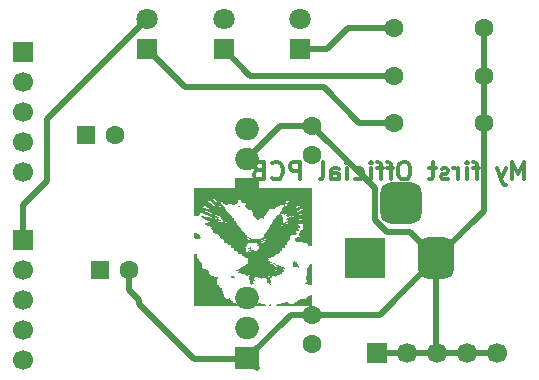
<source format=gbr>
%TF.GenerationSoftware,KiCad,Pcbnew,9.0.7*%
%TF.CreationDate,2026-02-04T23:41:12-06:00*%
%TF.ProjectId,Power,506f7765-722e-46b6-9963-61645f706362,rev?*%
%TF.SameCoordinates,Original*%
%TF.FileFunction,Copper,L2,Bot*%
%TF.FilePolarity,Positive*%
%FSLAX46Y46*%
G04 Gerber Fmt 4.6, Leading zero omitted, Abs format (unit mm)*
G04 Created by KiCad (PCBNEW 9.0.7) date 2026-02-04 23:41:12*
%MOMM*%
%LPD*%
G01*
G04 APERTURE LIST*
G04 Aperture macros list*
%AMRoundRect*
0 Rectangle with rounded corners*
0 $1 Rounding radius*
0 $2 $3 $4 $5 $6 $7 $8 $9 X,Y pos of 4 corners*
0 Add a 4 corners polygon primitive as box body*
4,1,4,$2,$3,$4,$5,$6,$7,$8,$9,$2,$3,0*
0 Add four circle primitives for the rounded corners*
1,1,$1+$1,$2,$3*
1,1,$1+$1,$4,$5*
1,1,$1+$1,$6,$7*
1,1,$1+$1,$8,$9*
0 Add four rect primitives between the rounded corners*
20,1,$1+$1,$2,$3,$4,$5,0*
20,1,$1+$1,$4,$5,$6,$7,0*
20,1,$1+$1,$6,$7,$8,$9,0*
20,1,$1+$1,$8,$9,$2,$3,0*%
G04 Aperture macros list end*
%ADD10C,0.300000*%
%TA.AperFunction,NonConductor*%
%ADD11C,0.300000*%
%TD*%
%TA.AperFunction,EtchedComponent*%
%ADD12C,0.000000*%
%TD*%
%TA.AperFunction,ComponentPad*%
%ADD13C,1.600000*%
%TD*%
%TA.AperFunction,ComponentPad*%
%ADD14R,1.700000X1.700000*%
%TD*%
%TA.AperFunction,ComponentPad*%
%ADD15C,1.700000*%
%TD*%
%TA.AperFunction,ComponentPad*%
%ADD16R,1.800000X1.800000*%
%TD*%
%TA.AperFunction,ComponentPad*%
%ADD17C,1.800000*%
%TD*%
%TA.AperFunction,ComponentPad*%
%ADD18RoundRect,0.250000X-0.550000X-0.550000X0.550000X-0.550000X0.550000X0.550000X-0.550000X0.550000X0*%
%TD*%
%TA.AperFunction,ComponentPad*%
%ADD19R,3.500000X3.500000*%
%TD*%
%TA.AperFunction,ComponentPad*%
%ADD20RoundRect,0.750000X0.750000X1.000000X-0.750000X1.000000X-0.750000X-1.000000X0.750000X-1.000000X0*%
%TD*%
%TA.AperFunction,ComponentPad*%
%ADD21RoundRect,0.875000X0.875000X0.875000X-0.875000X0.875000X-0.875000X-0.875000X0.875000X-0.875000X0*%
%TD*%
%TA.AperFunction,ComponentPad*%
%ADD22R,2.000000X1.905000*%
%TD*%
%TA.AperFunction,ComponentPad*%
%ADD23O,2.000000X1.905000*%
%TD*%
%TA.AperFunction,Conductor*%
%ADD24C,0.500000*%
%TD*%
G04 APERTURE END LIST*
D10*
D11*
X215945489Y-95300828D02*
X215945489Y-93800828D01*
X215945489Y-93800828D02*
X215445489Y-94872257D01*
X215445489Y-94872257D02*
X214945489Y-93800828D01*
X214945489Y-93800828D02*
X214945489Y-95300828D01*
X214374060Y-94300828D02*
X214016917Y-95300828D01*
X213659774Y-94300828D02*
X214016917Y-95300828D01*
X214016917Y-95300828D02*
X214159774Y-95657971D01*
X214159774Y-95657971D02*
X214231203Y-95729400D01*
X214231203Y-95729400D02*
X214374060Y-95800828D01*
X212159774Y-94300828D02*
X211588346Y-94300828D01*
X211945489Y-95300828D02*
X211945489Y-94015114D01*
X211945489Y-94015114D02*
X211874060Y-93872257D01*
X211874060Y-93872257D02*
X211731203Y-93800828D01*
X211731203Y-93800828D02*
X211588346Y-93800828D01*
X211088346Y-95300828D02*
X211088346Y-94300828D01*
X211088346Y-93800828D02*
X211159774Y-93872257D01*
X211159774Y-93872257D02*
X211088346Y-93943685D01*
X211088346Y-93943685D02*
X211016917Y-93872257D01*
X211016917Y-93872257D02*
X211088346Y-93800828D01*
X211088346Y-93800828D02*
X211088346Y-93943685D01*
X210374060Y-95300828D02*
X210374060Y-94300828D01*
X210374060Y-94586542D02*
X210302631Y-94443685D01*
X210302631Y-94443685D02*
X210231203Y-94372257D01*
X210231203Y-94372257D02*
X210088345Y-94300828D01*
X210088345Y-94300828D02*
X209945488Y-94300828D01*
X209516917Y-95229400D02*
X209374060Y-95300828D01*
X209374060Y-95300828D02*
X209088346Y-95300828D01*
X209088346Y-95300828D02*
X208945489Y-95229400D01*
X208945489Y-95229400D02*
X208874060Y-95086542D01*
X208874060Y-95086542D02*
X208874060Y-95015114D01*
X208874060Y-95015114D02*
X208945489Y-94872257D01*
X208945489Y-94872257D02*
X209088346Y-94800828D01*
X209088346Y-94800828D02*
X209302632Y-94800828D01*
X209302632Y-94800828D02*
X209445489Y-94729400D01*
X209445489Y-94729400D02*
X209516917Y-94586542D01*
X209516917Y-94586542D02*
X209516917Y-94515114D01*
X209516917Y-94515114D02*
X209445489Y-94372257D01*
X209445489Y-94372257D02*
X209302632Y-94300828D01*
X209302632Y-94300828D02*
X209088346Y-94300828D01*
X209088346Y-94300828D02*
X208945489Y-94372257D01*
X208445488Y-94300828D02*
X207874060Y-94300828D01*
X208231203Y-93800828D02*
X208231203Y-95086542D01*
X208231203Y-95086542D02*
X208159774Y-95229400D01*
X208159774Y-95229400D02*
X208016917Y-95300828D01*
X208016917Y-95300828D02*
X207874060Y-95300828D01*
X205945488Y-93800828D02*
X205659774Y-93800828D01*
X205659774Y-93800828D02*
X205516917Y-93872257D01*
X205516917Y-93872257D02*
X205374060Y-94015114D01*
X205374060Y-94015114D02*
X205302631Y-94300828D01*
X205302631Y-94300828D02*
X205302631Y-94800828D01*
X205302631Y-94800828D02*
X205374060Y-95086542D01*
X205374060Y-95086542D02*
X205516917Y-95229400D01*
X205516917Y-95229400D02*
X205659774Y-95300828D01*
X205659774Y-95300828D02*
X205945488Y-95300828D01*
X205945488Y-95300828D02*
X206088346Y-95229400D01*
X206088346Y-95229400D02*
X206231203Y-95086542D01*
X206231203Y-95086542D02*
X206302631Y-94800828D01*
X206302631Y-94800828D02*
X206302631Y-94300828D01*
X206302631Y-94300828D02*
X206231203Y-94015114D01*
X206231203Y-94015114D02*
X206088346Y-93872257D01*
X206088346Y-93872257D02*
X205945488Y-93800828D01*
X204874059Y-94300828D02*
X204302631Y-94300828D01*
X204659774Y-95300828D02*
X204659774Y-94015114D01*
X204659774Y-94015114D02*
X204588345Y-93872257D01*
X204588345Y-93872257D02*
X204445488Y-93800828D01*
X204445488Y-93800828D02*
X204302631Y-93800828D01*
X204016916Y-94300828D02*
X203445488Y-94300828D01*
X203802631Y-95300828D02*
X203802631Y-94015114D01*
X203802631Y-94015114D02*
X203731202Y-93872257D01*
X203731202Y-93872257D02*
X203588345Y-93800828D01*
X203588345Y-93800828D02*
X203445488Y-93800828D01*
X202945488Y-95300828D02*
X202945488Y-94300828D01*
X202945488Y-93800828D02*
X203016916Y-93872257D01*
X203016916Y-93872257D02*
X202945488Y-93943685D01*
X202945488Y-93943685D02*
X202874059Y-93872257D01*
X202874059Y-93872257D02*
X202945488Y-93800828D01*
X202945488Y-93800828D02*
X202945488Y-93943685D01*
X201588345Y-95229400D02*
X201731202Y-95300828D01*
X201731202Y-95300828D02*
X202016916Y-95300828D01*
X202016916Y-95300828D02*
X202159773Y-95229400D01*
X202159773Y-95229400D02*
X202231202Y-95157971D01*
X202231202Y-95157971D02*
X202302630Y-95015114D01*
X202302630Y-95015114D02*
X202302630Y-94586542D01*
X202302630Y-94586542D02*
X202231202Y-94443685D01*
X202231202Y-94443685D02*
X202159773Y-94372257D01*
X202159773Y-94372257D02*
X202016916Y-94300828D01*
X202016916Y-94300828D02*
X201731202Y-94300828D01*
X201731202Y-94300828D02*
X201588345Y-94372257D01*
X200945488Y-95300828D02*
X200945488Y-94300828D01*
X200945488Y-93800828D02*
X201016916Y-93872257D01*
X201016916Y-93872257D02*
X200945488Y-93943685D01*
X200945488Y-93943685D02*
X200874059Y-93872257D01*
X200874059Y-93872257D02*
X200945488Y-93800828D01*
X200945488Y-93800828D02*
X200945488Y-93943685D01*
X199588345Y-95300828D02*
X199588345Y-94515114D01*
X199588345Y-94515114D02*
X199659773Y-94372257D01*
X199659773Y-94372257D02*
X199802630Y-94300828D01*
X199802630Y-94300828D02*
X200088345Y-94300828D01*
X200088345Y-94300828D02*
X200231202Y-94372257D01*
X199588345Y-95229400D02*
X199731202Y-95300828D01*
X199731202Y-95300828D02*
X200088345Y-95300828D01*
X200088345Y-95300828D02*
X200231202Y-95229400D01*
X200231202Y-95229400D02*
X200302630Y-95086542D01*
X200302630Y-95086542D02*
X200302630Y-94943685D01*
X200302630Y-94943685D02*
X200231202Y-94800828D01*
X200231202Y-94800828D02*
X200088345Y-94729400D01*
X200088345Y-94729400D02*
X199731202Y-94729400D01*
X199731202Y-94729400D02*
X199588345Y-94657971D01*
X198659773Y-95300828D02*
X198802630Y-95229400D01*
X198802630Y-95229400D02*
X198874059Y-95086542D01*
X198874059Y-95086542D02*
X198874059Y-93800828D01*
X196945488Y-95300828D02*
X196945488Y-93800828D01*
X196945488Y-93800828D02*
X196374059Y-93800828D01*
X196374059Y-93800828D02*
X196231202Y-93872257D01*
X196231202Y-93872257D02*
X196159773Y-93943685D01*
X196159773Y-93943685D02*
X196088345Y-94086542D01*
X196088345Y-94086542D02*
X196088345Y-94300828D01*
X196088345Y-94300828D02*
X196159773Y-94443685D01*
X196159773Y-94443685D02*
X196231202Y-94515114D01*
X196231202Y-94515114D02*
X196374059Y-94586542D01*
X196374059Y-94586542D02*
X196945488Y-94586542D01*
X194588345Y-95157971D02*
X194659773Y-95229400D01*
X194659773Y-95229400D02*
X194874059Y-95300828D01*
X194874059Y-95300828D02*
X195016916Y-95300828D01*
X195016916Y-95300828D02*
X195231202Y-95229400D01*
X195231202Y-95229400D02*
X195374059Y-95086542D01*
X195374059Y-95086542D02*
X195445488Y-94943685D01*
X195445488Y-94943685D02*
X195516916Y-94657971D01*
X195516916Y-94657971D02*
X195516916Y-94443685D01*
X195516916Y-94443685D02*
X195445488Y-94157971D01*
X195445488Y-94157971D02*
X195374059Y-94015114D01*
X195374059Y-94015114D02*
X195231202Y-93872257D01*
X195231202Y-93872257D02*
X195016916Y-93800828D01*
X195016916Y-93800828D02*
X194874059Y-93800828D01*
X194874059Y-93800828D02*
X194659773Y-93872257D01*
X194659773Y-93872257D02*
X194588345Y-93943685D01*
X193445488Y-94515114D02*
X193231202Y-94586542D01*
X193231202Y-94586542D02*
X193159773Y-94657971D01*
X193159773Y-94657971D02*
X193088345Y-94800828D01*
X193088345Y-94800828D02*
X193088345Y-95015114D01*
X193088345Y-95015114D02*
X193159773Y-95157971D01*
X193159773Y-95157971D02*
X193231202Y-95229400D01*
X193231202Y-95229400D02*
X193374059Y-95300828D01*
X193374059Y-95300828D02*
X193945488Y-95300828D01*
X193945488Y-95300828D02*
X193945488Y-93800828D01*
X193945488Y-93800828D02*
X193445488Y-93800828D01*
X193445488Y-93800828D02*
X193302631Y-93872257D01*
X193302631Y-93872257D02*
X193231202Y-93943685D01*
X193231202Y-93943685D02*
X193159773Y-94086542D01*
X193159773Y-94086542D02*
X193159773Y-94229400D01*
X193159773Y-94229400D02*
X193231202Y-94372257D01*
X193231202Y-94372257D02*
X193302631Y-94443685D01*
X193302631Y-94443685D02*
X193445488Y-94515114D01*
X193445488Y-94515114D02*
X193945488Y-94515114D01*
D12*
%TA.AperFunction,EtchedComponent*%
%TO.C,G\u002A\u002A\u002A*%
G36*
X188903907Y-97568994D02*
G01*
X188893350Y-97579551D01*
X188882793Y-97568994D01*
X188893350Y-97558437D01*
X188903907Y-97568994D01*
G37*
%TD.AperFunction*%
%TA.AperFunction,EtchedComponent*%
G36*
X189283957Y-97188944D02*
G01*
X189273400Y-97199501D01*
X189262843Y-97188944D01*
X189273400Y-97178387D01*
X189283957Y-97188944D01*
G37*
%TD.AperFunction*%
%TA.AperFunction,EtchedComponent*%
G36*
X189706235Y-97020033D02*
G01*
X189695678Y-97030590D01*
X189685121Y-97020033D01*
X189695678Y-97009476D01*
X189706235Y-97020033D01*
G37*
%TD.AperFunction*%
%TA.AperFunction,EtchedComponent*%
G36*
X192113217Y-99595926D02*
G01*
X192102660Y-99606483D01*
X192092104Y-99595926D01*
X192102660Y-99585369D01*
X192113217Y-99595926D01*
G37*
%TD.AperFunction*%
%TA.AperFunction,EtchedComponent*%
G36*
X192366584Y-99891521D02*
G01*
X192356027Y-99902078D01*
X192345470Y-99891521D01*
X192356027Y-99880964D01*
X192366584Y-99891521D01*
G37*
%TD.AperFunction*%
%TA.AperFunction,EtchedComponent*%
G36*
X192387698Y-99933748D02*
G01*
X192377141Y-99944305D01*
X192366584Y-99933748D01*
X192377141Y-99923192D01*
X192387698Y-99933748D01*
G37*
%TD.AperFunction*%
%TA.AperFunction,EtchedComponent*%
G36*
X193929011Y-100567165D02*
G01*
X193918454Y-100577722D01*
X193907897Y-100567165D01*
X193918454Y-100556608D01*
X193929011Y-100567165D01*
G37*
%TD.AperFunction*%
%TA.AperFunction,EtchedComponent*%
G36*
X195322527Y-102594098D02*
G01*
X195311971Y-102604655D01*
X195301414Y-102594098D01*
X195311971Y-102583541D01*
X195322527Y-102594098D01*
G37*
%TD.AperFunction*%
%TA.AperFunction,EtchedComponent*%
G36*
X195723691Y-99046965D02*
G01*
X195713134Y-99057522D01*
X195702577Y-99046965D01*
X195713134Y-99036409D01*
X195723691Y-99046965D01*
G37*
%TD.AperFunction*%
%TA.AperFunction,EtchedComponent*%
G36*
X195744805Y-98835827D02*
G01*
X195734248Y-98846384D01*
X195723691Y-98835827D01*
X195734248Y-98825270D01*
X195744805Y-98835827D01*
G37*
%TD.AperFunction*%
%TA.AperFunction,EtchedComponent*%
G36*
X195850375Y-97273399D02*
G01*
X195839818Y-97283956D01*
X195829261Y-97273399D01*
X195839818Y-97262842D01*
X195850375Y-97273399D01*
G37*
%TD.AperFunction*%
%TA.AperFunction,EtchedComponent*%
G36*
X196737158Y-99912635D02*
G01*
X196726601Y-99923192D01*
X196716044Y-99912635D01*
X196726601Y-99902078D01*
X196737158Y-99912635D01*
G37*
%TD.AperFunction*%
%TA.AperFunction,EtchedComponent*%
G36*
X196990524Y-99089193D02*
G01*
X196979967Y-99099750D01*
X196969410Y-99089193D01*
X196979967Y-99078636D01*
X196990524Y-99089193D01*
G37*
%TD.AperFunction*%
%TA.AperFunction,EtchedComponent*%
G36*
X190079247Y-98621169D02*
G01*
X190082550Y-98627520D01*
X190065171Y-98635245D01*
X190053993Y-98633721D01*
X190051095Y-98621169D01*
X190054190Y-98618642D01*
X190079247Y-98621169D01*
G37*
%TD.AperFunction*%
%TA.AperFunction,EtchedComponent*%
G36*
X190485782Y-97440551D02*
G01*
X190484289Y-97461966D01*
X190474692Y-97468263D01*
X190470508Y-97460793D01*
X190473025Y-97427795D01*
X190480625Y-97418022D01*
X190485782Y-97440551D01*
G37*
%TD.AperFunction*%
%TA.AperFunction,EtchedComponent*%
G36*
X195378831Y-102611693D02*
G01*
X195382134Y-102618043D01*
X195364755Y-102625768D01*
X195353578Y-102624245D01*
X195350679Y-102611693D01*
X195353774Y-102609166D01*
X195378831Y-102611693D01*
G37*
%TD.AperFunction*%
%TA.AperFunction,EtchedComponent*%
G36*
X196990524Y-99226433D02*
G01*
X196989000Y-99237611D01*
X196976448Y-99240509D01*
X196973921Y-99237415D01*
X196976448Y-99212358D01*
X196982799Y-99209054D01*
X196990524Y-99226433D01*
G37*
%TD.AperFunction*%
%TA.AperFunction,EtchedComponent*%
G36*
X197110169Y-97861069D02*
G01*
X197113473Y-97867420D01*
X197096094Y-97875145D01*
X197084916Y-97873621D01*
X197082018Y-97861069D01*
X197085112Y-97858542D01*
X197110169Y-97861069D01*
G37*
%TD.AperFunction*%
%TA.AperFunction,EtchedComponent*%
G36*
X197205622Y-98219658D02*
G01*
X197215395Y-98227258D01*
X197192866Y-98232414D01*
X197171451Y-98230921D01*
X197165154Y-98221325D01*
X197172623Y-98217141D01*
X197205622Y-98219658D01*
G37*
%TD.AperFunction*%
%TA.AperFunction,EtchedComponent*%
G36*
X190239757Y-97155581D02*
G01*
X190240334Y-97157814D01*
X190244360Y-97188755D01*
X190230525Y-97183276D01*
X190222112Y-97171519D01*
X190217449Y-97133273D01*
X190227236Y-97127279D01*
X190239757Y-97155581D01*
G37*
%TD.AperFunction*%
%TA.AperFunction,EtchedComponent*%
G36*
X192520087Y-101268238D02*
G01*
X192535495Y-101298086D01*
X192533868Y-101305186D01*
X192514381Y-101306151D01*
X192508675Y-101301836D01*
X192493267Y-101271988D01*
X192494894Y-101264888D01*
X192514381Y-101263923D01*
X192520087Y-101268238D01*
G37*
%TD.AperFunction*%
%TA.AperFunction,EtchedComponent*%
G36*
X195618122Y-98550789D02*
G01*
X195628076Y-98568876D01*
X195638589Y-98603574D01*
X195634852Y-98609917D01*
X195618122Y-98593017D01*
X195608167Y-98574930D01*
X195597655Y-98540232D01*
X195601392Y-98533889D01*
X195618122Y-98550789D01*
G37*
%TD.AperFunction*%
%TA.AperFunction,EtchedComponent*%
G36*
X196808573Y-99991017D02*
G01*
X196808135Y-100018204D01*
X196801298Y-100033365D01*
X196787683Y-100049875D01*
X196783903Y-100046374D01*
X196779385Y-100018204D01*
X196781689Y-100003645D01*
X196799837Y-99986533D01*
X196808573Y-99991017D01*
G37*
%TD.AperFunction*%
%TA.AperFunction,EtchedComponent*%
G36*
X193075493Y-102949482D02*
G01*
X193069442Y-102972040D01*
X193060893Y-103023381D01*
X193060365Y-103030552D01*
X193056874Y-103046808D01*
X193048916Y-103022317D01*
X193047698Y-102995940D01*
X193063516Y-102948419D01*
X193073851Y-102932510D01*
X193082840Y-102922809D01*
X193075493Y-102949482D01*
G37*
%TD.AperFunction*%
%TA.AperFunction,EtchedComponent*%
G36*
X195758633Y-98434584D02*
G01*
X195793139Y-98467771D01*
X195808147Y-98501787D01*
X195807860Y-98511199D01*
X195799434Y-98523747D01*
X195771280Y-98505868D01*
X195717264Y-98460368D01*
X195694033Y-98431611D01*
X195698975Y-98415776D01*
X195720410Y-98414656D01*
X195758633Y-98434584D01*
G37*
%TD.AperFunction*%
%TA.AperFunction,EtchedComponent*%
G36*
X194485792Y-105884128D02*
G01*
X194524815Y-105921817D01*
X194541314Y-105962249D01*
X194540899Y-105971429D01*
X194530731Y-105992243D01*
X194499125Y-106001734D01*
X194435744Y-106003990D01*
X194397723Y-106002645D01*
X194349166Y-105995426D01*
X194330175Y-105984053D01*
X194330568Y-105981099D01*
X194347034Y-105949562D01*
X194380223Y-105905933D01*
X194389870Y-105894782D01*
X194421245Y-105864370D01*
X194447339Y-105862033D01*
X194485792Y-105884128D01*
G37*
%TD.AperFunction*%
%TA.AperFunction,EtchedComponent*%
G36*
X192871932Y-101000376D02*
G01*
X192878437Y-101015425D01*
X192850737Y-101042615D01*
X192813166Y-101078604D01*
X192775977Y-101131961D01*
X192748881Y-101173572D01*
X192715425Y-101188079D01*
X192667170Y-101170452D01*
X192644558Y-101159471D01*
X192590028Y-101138089D01*
X192565470Y-101122761D01*
X192575420Y-101100861D01*
X192622980Y-101071389D01*
X192709798Y-101032896D01*
X192710860Y-101032465D01*
X192781775Y-101008457D01*
X192837588Y-100997907D01*
X192871932Y-101000376D01*
G37*
%TD.AperFunction*%
%TA.AperFunction,EtchedComponent*%
G36*
X191879408Y-97505158D02*
G01*
X191883202Y-97506429D01*
X191916456Y-97527311D01*
X191920140Y-97548652D01*
X191891522Y-97558437D01*
X191876952Y-97560819D01*
X191859851Y-97579551D01*
X191859717Y-97582024D01*
X191842848Y-97599043D01*
X191812022Y-97595959D01*
X191787712Y-97574272D01*
X191776945Y-97558745D01*
X191763079Y-97574272D01*
X191748775Y-97593406D01*
X191724107Y-97597872D01*
X191712054Y-97571555D01*
X191712054Y-97571452D01*
X191730603Y-97542188D01*
X191775315Y-97517165D01*
X191830235Y-97502711D01*
X191879408Y-97505158D01*
G37*
%TD.AperFunction*%
%TA.AperFunction,EtchedComponent*%
G36*
X193568177Y-105771787D02*
G01*
X193636802Y-105775793D01*
X193677269Y-105788688D01*
X193701659Y-105813965D01*
X193714720Y-105830560D01*
X193743252Y-105846601D01*
X193792097Y-105854245D01*
X193872158Y-105856192D01*
X193888862Y-105856221D01*
X193961787Y-105858581D01*
X194010253Y-105868314D01*
X194049322Y-105890422D01*
X194094053Y-105929908D01*
X194171821Y-106003623D01*
X193691480Y-106003806D01*
X193211139Y-106003990D01*
X193211139Y-105954435D01*
X193216493Y-105918524D01*
X193255460Y-105858103D01*
X193328143Y-105811810D01*
X193429768Y-105782177D01*
X193555560Y-105771737D01*
X193568177Y-105771787D01*
G37*
%TD.AperFunction*%
%TA.AperFunction,EtchedComponent*%
G36*
X191332004Y-103446571D02*
G01*
X191335457Y-103457388D01*
X191363272Y-103470324D01*
X191388469Y-103486298D01*
X191408033Y-103528387D01*
X191425031Y-103572915D01*
X191454698Y-103612842D01*
X191470022Y-103628791D01*
X191458078Y-103637207D01*
X191409938Y-103639235D01*
X191396742Y-103639540D01*
X191350634Y-103646688D01*
X191332004Y-103660349D01*
X191331390Y-103665395D01*
X191310890Y-103681463D01*
X191305843Y-103680849D01*
X191289776Y-103660349D01*
X191286289Y-103650712D01*
X191258347Y-103639235D01*
X191246221Y-103637809D01*
X191199452Y-103614284D01*
X191159133Y-103573712D01*
X191141979Y-103531558D01*
X191147246Y-103504797D01*
X191187221Y-103463153D01*
X191265396Y-103436139D01*
X191313637Y-103432167D01*
X191332004Y-103446571D01*
G37*
%TD.AperFunction*%
%TA.AperFunction,EtchedComponent*%
G36*
X196569183Y-102236290D02*
G01*
X196586486Y-102251855D01*
X196625728Y-102266832D01*
X196649282Y-102272622D01*
X196698345Y-102307107D01*
X196748082Y-102362604D01*
X196788826Y-102427462D01*
X196810910Y-102490030D01*
X196812780Y-102500638D01*
X196828664Y-102567376D01*
X196846944Y-102618863D01*
X196857839Y-102658903D01*
X196855766Y-102718409D01*
X196845694Y-102745088D01*
X196820433Y-102761113D01*
X196788096Y-102738255D01*
X196751524Y-102677625D01*
X196745053Y-102664802D01*
X196716857Y-102621950D01*
X196693883Y-102604655D01*
X196649192Y-102617393D01*
X196596107Y-102647907D01*
X196556758Y-102683664D01*
X196524772Y-102702776D01*
X196461745Y-102706607D01*
X196420710Y-102700123D01*
X196392416Y-102680289D01*
X196381551Y-102636325D01*
X196379819Y-102585853D01*
X196382203Y-102508503D01*
X196388332Y-102423102D01*
X196391906Y-102386136D01*
X196400601Y-102321549D01*
X196413553Y-102283110D01*
X196435977Y-102259521D01*
X196473087Y-102239484D01*
X196516468Y-102220943D01*
X196546922Y-102218357D01*
X196569183Y-102236290D01*
G37*
%TD.AperFunction*%
%TA.AperFunction,EtchedComponent*%
G36*
X188143681Y-99813156D02*
G01*
X188191314Y-99814812D01*
X188210741Y-99819750D01*
X188228263Y-99840630D01*
X188236673Y-99861436D01*
X188270000Y-99897662D01*
X188313886Y-99929518D01*
X188352201Y-99943603D01*
X188372147Y-99951940D01*
X188414869Y-99985003D01*
X188465784Y-100033473D01*
X188514733Y-100086796D01*
X188551554Y-100134418D01*
X188566085Y-100165782D01*
X188562726Y-100197373D01*
X188543912Y-100242506D01*
X188515703Y-100261014D01*
X188492463Y-100271322D01*
X188459898Y-100304736D01*
X188439337Y-100327552D01*
X188403764Y-100340208D01*
X188344390Y-100335735D01*
X188334946Y-100334321D01*
X188252226Y-100322349D01*
X188170200Y-100311001D01*
X188146425Y-100307138D01*
X188099228Y-100294098D01*
X188080466Y-100280002D01*
X188072561Y-100268974D01*
X188038238Y-100261014D01*
X188032948Y-100260904D01*
X188015858Y-100256239D01*
X188005042Y-100239214D01*
X187999076Y-100202363D01*
X187996540Y-100138219D01*
X187996010Y-100039318D01*
X187996841Y-99968522D01*
X188000130Y-99890080D01*
X188005340Y-99836222D01*
X188011846Y-99815766D01*
X188028115Y-99814556D01*
X188081706Y-99813111D01*
X188143681Y-99813156D01*
G37*
%TD.AperFunction*%
%TA.AperFunction,EtchedComponent*%
G36*
X198003990Y-103375311D02*
G01*
X198003936Y-103592553D01*
X198003660Y-103772203D01*
X198002990Y-103917082D01*
X198001757Y-104030927D01*
X197999789Y-104117472D01*
X197996916Y-104180453D01*
X197992968Y-104223606D01*
X197987774Y-104250667D01*
X197981163Y-104265371D01*
X197972965Y-104271454D01*
X197963009Y-104272651D01*
X197938874Y-104269680D01*
X197910698Y-104254320D01*
X197900691Y-104247292D01*
X197857843Y-104233617D01*
X197795552Y-104222218D01*
X197761132Y-104216197D01*
X197701055Y-104198235D01*
X197665810Y-104177207D01*
X197661916Y-104173167D01*
X197613005Y-104152894D01*
X197527589Y-104145968D01*
X197484003Y-104144250D01*
X197428661Y-104135929D01*
X197401117Y-104123030D01*
X197399685Y-104114235D01*
X197415016Y-104078584D01*
X197450928Y-104033296D01*
X197454433Y-104029636D01*
X197486072Y-103994993D01*
X197506658Y-103963739D01*
X197517753Y-103926777D01*
X197520915Y-103875007D01*
X197517705Y-103799332D01*
X197509683Y-103690652D01*
X197507240Y-103657576D01*
X197502426Y-103553966D01*
X197505478Y-103467324D01*
X197517808Y-103378507D01*
X197540829Y-103268375D01*
X197548556Y-103232281D01*
X197568930Y-103114353D01*
X197582934Y-102998027D01*
X197588045Y-102902829D01*
X197588075Y-102866881D01*
X197590273Y-102799431D01*
X197598119Y-102758933D01*
X197614869Y-102734405D01*
X197643780Y-102714866D01*
X197682072Y-102685524D01*
X197731898Y-102612395D01*
X197750624Y-102526547D01*
X197753494Y-102500673D01*
X197768989Y-102485540D01*
X197806974Y-102479233D01*
X197877307Y-102477971D01*
X198003990Y-102477971D01*
X198003990Y-103375311D01*
G37*
%TD.AperFunction*%
%TA.AperFunction,EtchedComponent*%
G36*
X197949220Y-105068014D02*
G01*
X197984603Y-105074979D01*
X197986381Y-105076664D01*
X197992155Y-105107999D01*
X197997015Y-105175031D01*
X198000749Y-105272678D01*
X198003145Y-105395856D01*
X198003990Y-105539484D01*
X198003990Y-106003990D01*
X196633348Y-106003990D01*
X196480235Y-106003947D01*
X196214879Y-106003607D01*
X195987910Y-106002886D01*
X195796798Y-106001735D01*
X195639011Y-106000106D01*
X195512018Y-105997952D01*
X195413288Y-105995223D01*
X195340292Y-105991871D01*
X195290497Y-105987849D01*
X195261372Y-105983107D01*
X195250388Y-105977597D01*
X195239622Y-105962070D01*
X195225756Y-105977597D01*
X195216810Y-105986357D01*
X195169636Y-105999413D01*
X195088515Y-106003990D01*
X195024662Y-106002993D01*
X194984222Y-105997257D01*
X194967368Y-105983009D01*
X194964255Y-105956483D01*
X194973488Y-105916422D01*
X195015792Y-105870121D01*
X195085347Y-105843785D01*
X195174386Y-105841659D01*
X195214849Y-105845618D01*
X195298508Y-105844412D01*
X195350853Y-105824820D01*
X195377459Y-105785293D01*
X195400731Y-105739013D01*
X195440178Y-105719912D01*
X195506715Y-105723808D01*
X195510616Y-105724392D01*
X195582858Y-105725280D01*
X195656324Y-105713146D01*
X195745890Y-105687727D01*
X195819781Y-105668170D01*
X195867622Y-105658868D01*
X195897241Y-105659006D01*
X195916464Y-105667772D01*
X195933118Y-105684350D01*
X195959561Y-105708824D01*
X196003450Y-105735590D01*
X196025060Y-105752191D01*
X196040399Y-105794447D01*
X196045754Y-105822606D01*
X196070055Y-105828217D01*
X196092352Y-105825969D01*
X196147807Y-105831048D01*
X196217484Y-105844214D01*
X196282641Y-105857025D01*
X196369848Y-105862492D01*
X196423364Y-105847017D01*
X196441563Y-105810841D01*
X196447444Y-105786832D01*
X196478513Y-105756629D01*
X196503979Y-105742283D01*
X196543051Y-105704507D01*
X196567487Y-105682319D01*
X196616950Y-105665711D01*
X196629053Y-105663825D01*
X196676321Y-105638497D01*
X196726399Y-105591813D01*
X196745283Y-105571534D01*
X196791207Y-105533472D01*
X196826690Y-105518370D01*
X196846403Y-105515131D01*
X196863841Y-105497256D01*
X196866991Y-105487935D01*
X196894305Y-105476143D01*
X196901001Y-105475433D01*
X196943756Y-105460706D01*
X196998035Y-105432914D01*
X197016219Y-105422585D01*
X197054828Y-105405947D01*
X197097927Y-105398930D01*
X197157949Y-105400339D01*
X197247330Y-105408981D01*
X197248094Y-105409065D01*
X197338602Y-105417560D01*
X197397487Y-105418641D01*
X197434728Y-105411705D01*
X197460308Y-105396152D01*
X197482906Y-105372284D01*
X197497257Y-105343947D01*
X197497323Y-105342905D01*
X197514125Y-105316172D01*
X197551619Y-105281105D01*
X197594386Y-105238166D01*
X197623888Y-105191244D01*
X197629549Y-105178825D01*
X197652261Y-105155528D01*
X197695498Y-105140653D01*
X197770108Y-105129627D01*
X197770302Y-105129605D01*
X197846058Y-105117960D01*
X197886475Y-105103013D01*
X197898421Y-105082228D01*
X197903481Y-105064086D01*
X197931819Y-105062163D01*
X197949220Y-105068014D01*
G37*
%TD.AperFunction*%
%TA.AperFunction,EtchedComponent*%
G36*
X188158856Y-101635925D02*
G01*
X188203198Y-101648202D01*
X188227520Y-101674256D01*
X188241295Y-101709590D01*
X188249012Y-101770459D01*
X188240372Y-101823472D01*
X188216368Y-101852704D01*
X188196395Y-101873179D01*
X188204400Y-101897066D01*
X188235134Y-101904317D01*
X188280452Y-101907088D01*
X188332034Y-101930780D01*
X188362447Y-101966659D01*
X188380552Y-102004836D01*
X188412233Y-102054794D01*
X188415706Y-102059661D01*
X188431439Y-102087769D01*
X188423567Y-102090497D01*
X188405459Y-102087574D01*
X188397174Y-102117789D01*
X188401299Y-102143526D01*
X188418288Y-102161263D01*
X188429653Y-102166834D01*
X188441069Y-102198212D01*
X188444090Y-102216175D01*
X188453385Y-102208769D01*
X188466807Y-102189137D01*
X188490801Y-102185685D01*
X188502744Y-102214048D01*
X188505126Y-102228617D01*
X188523857Y-102245719D01*
X188532816Y-102248514D01*
X188544971Y-102275130D01*
X188548962Y-102290705D01*
X188577643Y-102317080D01*
X188577665Y-102317088D01*
X188607242Y-102344632D01*
X188632485Y-102393212D01*
X188634169Y-102397865D01*
X188654748Y-102435903D01*
X188673711Y-102445029D01*
X188675579Y-102444597D01*
X188684383Y-102465007D01*
X188690486Y-102517316D01*
X188692769Y-102592852D01*
X188692744Y-102601165D01*
X188689679Y-102679508D01*
X188682271Y-102732790D01*
X188671655Y-102752452D01*
X188661942Y-102756025D01*
X188650541Y-102784123D01*
X188662554Y-102805822D01*
X188709901Y-102815793D01*
X188758035Y-102825007D01*
X188811036Y-102854712D01*
X188825407Y-102866799D01*
X188882469Y-102897587D01*
X188964589Y-102919836D01*
X189080282Y-102936122D01*
X189109467Y-102940098D01*
X189195304Y-102968891D01*
X189246140Y-103020418D01*
X189262973Y-103095552D01*
X189271310Y-103157517D01*
X189294644Y-103224649D01*
X189295296Y-103225903D01*
X189317134Y-103274000D01*
X189326185Y-103305845D01*
X189326282Y-103307398D01*
X189339385Y-103339480D01*
X189367850Y-103385078D01*
X189387266Y-103408666D01*
X189434473Y-103439394D01*
X189506405Y-103454512D01*
X189528375Y-103457823D01*
X189598653Y-103478359D01*
X189649486Y-103507351D01*
X189673970Y-103524559D01*
X189740219Y-103547734D01*
X189840628Y-103562014D01*
X189848087Y-103562678D01*
X189942822Y-103574101D01*
X189999937Y-103590603D01*
X190023760Y-103616663D01*
X190018620Y-103656759D01*
X189988845Y-103715370D01*
X189969388Y-103750507D01*
X189950580Y-103791978D01*
X189949624Y-103808146D01*
X189954114Y-103812628D01*
X189941626Y-103836035D01*
X189926338Y-103871149D01*
X189919725Y-103925769D01*
X189917142Y-103978144D01*
X189906153Y-104045677D01*
X189902615Y-104060925D01*
X189902718Y-104094760D01*
X189925469Y-104103740D01*
X189947129Y-104112347D01*
X189959601Y-104152489D01*
X189961153Y-104173253D01*
X189979936Y-104226664D01*
X190012651Y-104261795D01*
X190049943Y-104266808D01*
X190051120Y-104266374D01*
X190080792Y-104272151D01*
X190104682Y-104316163D01*
X190105156Y-104317507D01*
X190126936Y-104360433D01*
X190148981Y-104378221D01*
X190169820Y-104391010D01*
X190194733Y-104428893D01*
X190200838Y-104439523D01*
X190242260Y-104481296D01*
X190299850Y-104516555D01*
X190323166Y-104527379D01*
X190362822Y-104552856D01*
X190378874Y-104587017D01*
X190381879Y-104646597D01*
X190382626Y-104672825D01*
X190389601Y-104716558D01*
X190402079Y-104727165D01*
X190408497Y-104727763D01*
X190413982Y-104757379D01*
X190409795Y-104820089D01*
X190405266Y-104862931D01*
X190405844Y-104907634D01*
X190420246Y-104932426D01*
X190452936Y-104950843D01*
X190487999Y-104972824D01*
X190504631Y-105006906D01*
X190508562Y-105067632D01*
X190509683Y-105101815D01*
X190521965Y-105154557D01*
X190551728Y-105185648D01*
X190565145Y-105196244D01*
X190603631Y-105241937D01*
X190639926Y-105301953D01*
X190664830Y-105346313D01*
X190698311Y-105381838D01*
X190737617Y-105391687D01*
X190777057Y-105398785D01*
X190829222Y-105426934D01*
X190849259Y-105443869D01*
X190872685Y-105449211D01*
X190897633Y-105421888D01*
X190914776Y-105394004D01*
X190920627Y-105370806D01*
X190921310Y-105361409D01*
X190941518Y-105334749D01*
X190954635Y-105325813D01*
X190974549Y-105333772D01*
X190996825Y-105376977D01*
X191000236Y-105385006D01*
X191036133Y-105452216D01*
X191074497Y-105500111D01*
X191107265Y-105518370D01*
X191107857Y-105518393D01*
X191134612Y-105533785D01*
X191171193Y-105569135D01*
X191214346Y-105606649D01*
X191258105Y-105627414D01*
X191283833Y-105639866D01*
X191306789Y-105679998D01*
X191316971Y-105706728D01*
X191348644Y-105726399D01*
X191411863Y-105739856D01*
X191451516Y-105747138D01*
X191560790Y-105782653D01*
X191647111Y-105834512D01*
X191701062Y-105897579D01*
X191702283Y-105899956D01*
X191724137Y-105948993D01*
X191733168Y-105981827D01*
X191733101Y-105982111D01*
X191713678Y-105986395D01*
X191659163Y-105990188D01*
X191568762Y-105993499D01*
X191441683Y-105996339D01*
X191277134Y-105998716D01*
X191074321Y-106000639D01*
X190832453Y-106002119D01*
X190550737Y-106003165D01*
X190228379Y-106003785D01*
X189864589Y-106003990D01*
X187996010Y-106003990D01*
X187996010Y-103818703D01*
X187996010Y-101633416D01*
X188100837Y-101633416D01*
X188158856Y-101635925D01*
G37*
%TD.AperFunction*%
%TA.AperFunction,EtchedComponent*%
G36*
X198003990Y-96808894D02*
G01*
X198003990Y-96851122D01*
X198003990Y-96956691D01*
X198003990Y-96977805D01*
X198003990Y-96990910D01*
X198003990Y-97074958D01*
X198003990Y-97188944D01*
X198003990Y-97231172D01*
X198003990Y-97273399D01*
X198003990Y-97296891D01*
X198003990Y-97336741D01*
X198003990Y-97359554D01*
X198003990Y-97438791D01*
X198003990Y-97520529D01*
X198003990Y-97630345D01*
X198003990Y-97674563D01*
X198003990Y-97737905D01*
X198003990Y-97780133D01*
X198003990Y-97797727D01*
X198003990Y-97872048D01*
X198003990Y-98012385D01*
X198003990Y-98075727D01*
X198003990Y-98223524D01*
X198003990Y-98350207D01*
X198003990Y-98422512D01*
X198003990Y-98455293D01*
X198003990Y-98498005D01*
X198003990Y-98519118D01*
X198003990Y-98711074D01*
X198003990Y-98730257D01*
X198003990Y-98760553D01*
X198003990Y-98769950D01*
X198003990Y-98793599D01*
X198003990Y-98899168D01*
X198003990Y-98957261D01*
X198003990Y-100914576D01*
X197924813Y-100913973D01*
X197914157Y-100914007D01*
X197835424Y-100918194D01*
X197755902Y-100927231D01*
X197722168Y-100932176D01*
X197683342Y-100933162D01*
X197668533Y-100917959D01*
X197666168Y-100880545D01*
X197658052Y-100836645D01*
X197613384Y-100780358D01*
X197576110Y-100744300D01*
X197560599Y-100713251D01*
X197558855Y-100699229D01*
X197542129Y-100676510D01*
X197502410Y-100659878D01*
X197433286Y-100647213D01*
X197328346Y-100636394D01*
X197148097Y-100620928D01*
X196997444Y-100607413D01*
X196880602Y-100595919D01*
X196793341Y-100585800D01*
X196731431Y-100576412D01*
X196690642Y-100567106D01*
X196666744Y-100557239D01*
X196655508Y-100546164D01*
X196652702Y-100533235D01*
X196635230Y-100520048D01*
X196591822Y-100514380D01*
X196577743Y-100513994D01*
X196538056Y-100500968D01*
X196520851Y-100461596D01*
X196520701Y-100460806D01*
X196517078Y-100383768D01*
X196534807Y-100323716D01*
X196570577Y-100291945D01*
X196593147Y-100281555D01*
X196610474Y-100261014D01*
X196618598Y-100247695D01*
X196652702Y-100229343D01*
X196677232Y-100213916D01*
X196694930Y-100175135D01*
X196699586Y-100157631D01*
X196729707Y-100136438D01*
X196773525Y-100135166D01*
X196814178Y-100156455D01*
X196845255Y-100165922D01*
X196890710Y-100154084D01*
X196930952Y-100127129D01*
X196948296Y-100093375D01*
X196939924Y-100066556D01*
X196907953Y-100030119D01*
X196904732Y-100027757D01*
X196880199Y-99998334D01*
X196890941Y-99963681D01*
X196903448Y-99926307D01*
X196889509Y-99871971D01*
X196877178Y-99833858D01*
X196882177Y-99817622D01*
X196900653Y-99812126D01*
X196940198Y-99782392D01*
X196975347Y-99741019D01*
X196990524Y-99704298D01*
X196997505Y-99684168D01*
X197032752Y-99669825D01*
X197063966Y-99659708D01*
X197074980Y-99619679D01*
X197075461Y-99608404D01*
X197091469Y-99574519D01*
X197138321Y-99556866D01*
X197145532Y-99555377D01*
X197182773Y-99542069D01*
X197198455Y-99514684D01*
X197201663Y-99459214D01*
X197202222Y-99439814D01*
X197209589Y-99392969D01*
X197222777Y-99374231D01*
X197224587Y-99373716D01*
X197234637Y-99348077D01*
X197241408Y-99289580D01*
X197243891Y-99206276D01*
X197243891Y-99038322D01*
X197172215Y-99024876D01*
X197170122Y-99024496D01*
X197107848Y-99022243D01*
X197057477Y-99034476D01*
X197007510Y-99050967D01*
X196974031Y-99055232D01*
X196944406Y-99059006D01*
X196884363Y-99064342D01*
X196836956Y-99075291D01*
X196822442Y-99082736D01*
X196815928Y-99099140D01*
X196819494Y-99106788D01*
X196830323Y-99130010D01*
X196868295Y-99184655D01*
X196897123Y-99223018D01*
X196932744Y-99266475D01*
X196953243Y-99286256D01*
X196954355Y-99286761D01*
X196969259Y-99309968D01*
X196960125Y-99332003D01*
X196955423Y-99343347D01*
X196921388Y-99378096D01*
X196875697Y-99405409D01*
X196826892Y-99416484D01*
X196768828Y-99416510D01*
X196783288Y-99428946D01*
X196826892Y-99466447D01*
X196830010Y-99469243D01*
X196832339Y-99471332D01*
X196869674Y-99518015D01*
X196878890Y-99544388D01*
X196884955Y-99561744D01*
X196884915Y-99563705D01*
X196865316Y-99606483D01*
X196864215Y-99608885D01*
X196813509Y-99649757D01*
X196791333Y-99659268D01*
X196744412Y-99679392D01*
X196668537Y-99690860D01*
X196636799Y-99691579D01*
X196597993Y-99699791D01*
X196596488Y-99721837D01*
X196605378Y-99733167D01*
X196629161Y-99763477D01*
X196636803Y-99773705D01*
X196653842Y-99796508D01*
X196657687Y-99801654D01*
X196664964Y-99816376D01*
X196682519Y-99851894D01*
X196685847Y-99878316D01*
X196679498Y-99888002D01*
X196668211Y-99905220D01*
X196618272Y-99933643D01*
X196606499Y-99938858D01*
X196589118Y-99944305D01*
X196528270Y-99963374D01*
X196450693Y-99975976D01*
X196448305Y-99976364D01*
X196426104Y-99978381D01*
X196365234Y-99990120D01*
X196326640Y-100006648D01*
X196304266Y-100020139D01*
X196253225Y-100034439D01*
X196227130Y-100041629D01*
X196221619Y-100048629D01*
X196209311Y-100064262D01*
X196204802Y-100076383D01*
X196177640Y-100078624D01*
X196172251Y-100076867D01*
X196151646Y-100084493D01*
X196145221Y-100126793D01*
X196144473Y-100187115D01*
X196112335Y-100134330D01*
X196104329Y-100121512D01*
X196091515Y-100106413D01*
X196085792Y-100116413D01*
X196085818Y-100123773D01*
X196085934Y-100157175D01*
X196089651Y-100217131D01*
X196090719Y-100234363D01*
X196093854Y-100289411D01*
X196093374Y-100354609D01*
X196084464Y-100395422D01*
X196065676Y-100422746D01*
X196042067Y-100450199D01*
X196008558Y-100502181D01*
X196007995Y-100503290D01*
X196007474Y-100503823D01*
X195972481Y-100539641D01*
X195918559Y-100566290D01*
X195912553Y-100568081D01*
X195871000Y-100584925D01*
X195858029Y-100610656D01*
X195862088Y-100642310D01*
X195864524Y-100661302D01*
X195874958Y-100749058D01*
X195863999Y-100819826D01*
X195863358Y-100820532D01*
X195827205Y-100860377D01*
X195763334Y-100873316D01*
X195738183Y-100874489D01*
X195708595Y-100889329D01*
X195700077Y-100931379D01*
X195698988Y-100974055D01*
X195699833Y-101004546D01*
X195696144Y-101028247D01*
X195681742Y-101073166D01*
X195672221Y-101094478D01*
X195651402Y-101115571D01*
X195613008Y-101124705D01*
X195544746Y-101126683D01*
X195544193Y-101126683D01*
X195477849Y-101127797D01*
X195443297Y-101134787D01*
X195430169Y-101153128D01*
X195428097Y-101188298D01*
X195421500Y-101260094D01*
X195397950Y-101303395D01*
X195354525Y-101316708D01*
X195334068Y-101318119D01*
X195296304Y-101335049D01*
X195271914Y-101370004D01*
X195266596Y-101377626D01*
X195261745Y-101390606D01*
X195238072Y-101453948D01*
X195232390Y-101471149D01*
X195226689Y-101485619D01*
X195214210Y-101517290D01*
X195209596Y-101529001D01*
X195189482Y-101566032D01*
X195182078Y-101572614D01*
X195136710Y-101584349D01*
X195071370Y-101579813D01*
X195000541Y-101559506D01*
X194986939Y-101555111D01*
X194968190Y-101563328D01*
X194967389Y-101570074D01*
X194963268Y-101604765D01*
X194959173Y-101634662D01*
X194953776Y-101674068D01*
X194924285Y-101709419D01*
X194873261Y-101710376D01*
X194823152Y-101709605D01*
X194787510Y-101740935D01*
X194761990Y-101809429D01*
X194743557Y-101853336D01*
X194716805Y-101880673D01*
X194705093Y-101881469D01*
X194665228Y-101863481D01*
X194618148Y-101826065D01*
X194575940Y-101779800D01*
X194550691Y-101735268D01*
X194541754Y-101713523D01*
X194522062Y-101697434D01*
X194505833Y-101717343D01*
X194499086Y-101769282D01*
X194492961Y-101835789D01*
X194483292Y-101874980D01*
X194477413Y-101898811D01*
X194473249Y-101909520D01*
X194458963Y-101935414D01*
X194435896Y-101947783D01*
X194392958Y-101949852D01*
X194319059Y-101944844D01*
X194250858Y-101942070D01*
X194200926Y-101946092D01*
X194182507Y-101955630D01*
X194199172Y-101968584D01*
X194254488Y-101982853D01*
X194278261Y-101988900D01*
X194335762Y-102016163D01*
X194380804Y-102053367D01*
X194404517Y-102091853D01*
X194398033Y-102122965D01*
X194398004Y-102122993D01*
X194367277Y-102136883D01*
X194320191Y-102123138D01*
X194320064Y-102123080D01*
X194278992Y-102109864D01*
X194269239Y-102119428D01*
X194289632Y-102147593D01*
X194339000Y-102190182D01*
X194392321Y-102244093D01*
X194398168Y-102256276D01*
X194409228Y-102279322D01*
X194425915Y-102314092D01*
X194429739Y-102329652D01*
X194443553Y-102358863D01*
X194462613Y-102399167D01*
X194510959Y-102440333D01*
X194567351Y-102446213D01*
X194577670Y-102445466D01*
X194625604Y-102459628D01*
X194688600Y-102493063D01*
X194756054Y-102538216D01*
X194817364Y-102587529D01*
X194861926Y-102633446D01*
X194879136Y-102668409D01*
X194880003Y-102675099D01*
X194901976Y-102714016D01*
X194944301Y-102755354D01*
X194953597Y-102762495D01*
X194964405Y-102770963D01*
X195001659Y-102800153D01*
X195034035Y-102826654D01*
X195048655Y-102838867D01*
X195092036Y-102873776D01*
X195147085Y-102917170D01*
X195188239Y-102948675D01*
X195219457Y-102968272D01*
X195231518Y-102964836D01*
X195232116Y-102940474D01*
X195231621Y-102936998D01*
X195211617Y-102899549D01*
X195171330Y-102853483D01*
X195122279Y-102809313D01*
X195085558Y-102784123D01*
X195364755Y-102784123D01*
X195375312Y-102794679D01*
X195385869Y-102784123D01*
X195375312Y-102773566D01*
X195364755Y-102784123D01*
X195085558Y-102784123D01*
X195075981Y-102777553D01*
X195043955Y-102768717D01*
X195035377Y-102766384D01*
X195039661Y-102752694D01*
X195291006Y-102752694D01*
X195295143Y-102758231D01*
X195323774Y-102773566D01*
X195335615Y-102772451D01*
X195340593Y-102761434D01*
X195310874Y-102744396D01*
X195294405Y-102740695D01*
X195291006Y-102752694D01*
X195039661Y-102752694D01*
X195043649Y-102739947D01*
X195049504Y-102725862D01*
X195045782Y-102671855D01*
X195018621Y-102629575D01*
X195065216Y-102629575D01*
X195077738Y-102647932D01*
X195121946Y-102679104D01*
X195126942Y-102682162D01*
X195199970Y-102720530D01*
X195244272Y-102729516D01*
X195259186Y-102708978D01*
X195257528Y-102701341D01*
X195238072Y-102699667D01*
X195230094Y-102703183D01*
X195216958Y-102693745D01*
X195207301Y-102678166D01*
X195169986Y-102654113D01*
X195119859Y-102634283D01*
X195073446Y-102626427D01*
X195065216Y-102629575D01*
X195018621Y-102629575D01*
X195009962Y-102616095D01*
X194947756Y-102568776D01*
X194937043Y-102562827D01*
X194895827Y-102536120D01*
X194879136Y-102518479D01*
X194872709Y-102511703D01*
X194836503Y-102488159D01*
X194775520Y-102453503D01*
X194697945Y-102412520D01*
X194652893Y-102388991D01*
X194578185Y-102347710D01*
X194522155Y-102313787D01*
X194494409Y-102292868D01*
X194493253Y-102289294D01*
X194515712Y-102293398D01*
X194571678Y-102314727D01*
X194658171Y-102352018D01*
X194772208Y-102404005D01*
X194910807Y-102469425D01*
X194967917Y-102492985D01*
X195020195Y-102508472D01*
X195040117Y-102514128D01*
X195096668Y-102537448D01*
X195161184Y-102570218D01*
X195179193Y-102579768D01*
X195251977Y-102612934D01*
X195335587Y-102645555D01*
X195413782Y-102671602D01*
X195470325Y-102685042D01*
X195506185Y-102694972D01*
X195542547Y-102708978D01*
X195572274Y-102720428D01*
X195655071Y-102756879D01*
X195663848Y-102761434D01*
X195680388Y-102770018D01*
X195697105Y-102784123D01*
X195732212Y-102813745D01*
X195746480Y-102856803D01*
X195726043Y-102892150D01*
X195673753Y-102912742D01*
X195592460Y-102911538D01*
X195565398Y-102908094D01*
X195529101Y-102907425D01*
X195525227Y-102914838D01*
X195553070Y-102945406D01*
X195584082Y-103005663D01*
X195597008Y-103065483D01*
X195592826Y-103083120D01*
X195567014Y-103106782D01*
X195560101Y-103113119D01*
X195506640Y-103127540D01*
X195446641Y-103121129D01*
X195423095Y-103116833D01*
X195410191Y-103132004D01*
X195410223Y-103179140D01*
X195410420Y-103185286D01*
X195411432Y-103216957D01*
X195411496Y-103218948D01*
X195406280Y-103245109D01*
X195401649Y-103268338D01*
X195370524Y-103286722D01*
X195312083Y-103280324D01*
X195271710Y-103272876D01*
X195244627Y-103276912D01*
X195238072Y-103299601D01*
X195237563Y-103312744D01*
X195215696Y-103371138D01*
X195160997Y-103403958D01*
X195072694Y-103411726D01*
X195024374Y-103410259D01*
X194984211Y-103414466D01*
X194966495Y-103430934D01*
X194959710Y-103465104D01*
X194955470Y-103491917D01*
X194942309Y-103512412D01*
X194910182Y-103518566D01*
X194847551Y-103515570D01*
X194817809Y-103512210D01*
X194742386Y-103494201D01*
X194685938Y-103468064D01*
X194682747Y-103465803D01*
X194642134Y-103439097D01*
X194619825Y-103428096D01*
X194617503Y-103431390D01*
X194615683Y-103463191D01*
X194619463Y-103517830D01*
X194621206Y-103553735D01*
X194613018Y-103616233D01*
X194593046Y-103659662D01*
X194565862Y-103676318D01*
X194536035Y-103658495D01*
X194516285Y-103641085D01*
X194482765Y-103634025D01*
X194481288Y-103634351D01*
X194457617Y-103617253D01*
X194423315Y-103564875D01*
X194381230Y-103481494D01*
X194361410Y-103439701D01*
X194324107Y-103370713D01*
X194295100Y-103334689D01*
X194270868Y-103326694D01*
X194251283Y-103337822D01*
X194244632Y-103354197D01*
X194236465Y-103374306D01*
X194228781Y-103444129D01*
X194227393Y-103471903D01*
X194228260Y-103524638D01*
X194238329Y-103549084D01*
X194260452Y-103555249D01*
X194274750Y-103556433D01*
X194337488Y-103587011D01*
X194369954Y-103626918D01*
X194394982Y-103657683D01*
X194445804Y-103766818D01*
X194446947Y-103769909D01*
X194474946Y-103836394D01*
X194500652Y-103882310D01*
X194518630Y-103897880D01*
X194521450Y-103897748D01*
X194535673Y-103918206D01*
X194541314Y-103966500D01*
X194541087Y-103980614D01*
X194533513Y-104027749D01*
X194516683Y-104035283D01*
X194492615Y-104004037D01*
X194463328Y-103934829D01*
X194447567Y-103894011D01*
X194425149Y-103847405D01*
X194409675Y-103829260D01*
X194408565Y-103829284D01*
X194394657Y-103843607D01*
X194403512Y-103886450D01*
X194429018Y-103945386D01*
X194435744Y-103960929D01*
X194440366Y-103970974D01*
X194463730Y-104041571D01*
X194476485Y-104115481D01*
X194477063Y-104178480D01*
X194463896Y-104216348D01*
X194462161Y-104217995D01*
X194437504Y-104229904D01*
X194425666Y-104221484D01*
X194402305Y-104184026D01*
X194378042Y-104129571D01*
X194358997Y-104072505D01*
X194351289Y-104027214D01*
X194348056Y-104002067D01*
X194330344Y-103982291D01*
X194307574Y-103994503D01*
X194291757Y-104036774D01*
X194281465Y-104064709D01*
X194255350Y-104082626D01*
X194228938Y-104071050D01*
X194195478Y-104020424D01*
X194169827Y-103945386D01*
X194245720Y-103945386D01*
X194256276Y-103955943D01*
X194266833Y-103945386D01*
X194256276Y-103934829D01*
X194245720Y-103945386D01*
X194169827Y-103945386D01*
X194165175Y-103931779D01*
X194139042Y-103807509D01*
X194131701Y-103766356D01*
X194113395Y-103690302D01*
X194091486Y-103641802D01*
X194076924Y-103626372D01*
X194270151Y-103626372D01*
X194275191Y-103654630D01*
X194282398Y-103654303D01*
X194286280Y-103626918D01*
X194282899Y-103606164D01*
X194273524Y-103614162D01*
X194270151Y-103626372D01*
X194076924Y-103626372D01*
X194061905Y-103610458D01*
X194060072Y-103609086D01*
X194015992Y-103585920D01*
X193983991Y-103595185D01*
X193983348Y-103595712D01*
X193953843Y-103603502D01*
X193918387Y-103575819D01*
X193877298Y-103541982D01*
X193838734Y-103538838D01*
X193813438Y-103574152D01*
X193792271Y-103617901D01*
X193757740Y-103669110D01*
X193757003Y-103670043D01*
X193716954Y-103704281D01*
X193676366Y-103702804D01*
X193631667Y-103663950D01*
X193579286Y-103586057D01*
X193552814Y-103545608D01*
X193518128Y-103509984D01*
X193494408Y-103508466D01*
X193485620Y-103542883D01*
X193481465Y-103560419D01*
X193455605Y-103595633D01*
X193423437Y-103605131D01*
X193382201Y-103583872D01*
X193343618Y-103534482D01*
X193314943Y-103463765D01*
X193313285Y-103457767D01*
X193292042Y-103406883D01*
X193267007Y-103395581D01*
X193236207Y-103424366D01*
X193197668Y-103493742D01*
X193182451Y-103523484D01*
X193147672Y-103580729D01*
X193118491Y-103616159D01*
X193097482Y-103637619D01*
X193086788Y-103670129D01*
X193096205Y-103717264D01*
X193126220Y-103790005D01*
X193137414Y-103816647D01*
X193159147Y-103883548D01*
X193167602Y-103934829D01*
X193167539Y-103942399D01*
X193165514Y-103970523D01*
X193156204Y-103965119D01*
X193133408Y-103924272D01*
X193132083Y-103921817D01*
X193100304Y-103873559D01*
X193070911Y-103844046D01*
X193058444Y-103833644D01*
X193042228Y-103796540D01*
X193038562Y-103782282D01*
X193010557Y-103765918D01*
X193008587Y-103765962D01*
X192984382Y-103782455D01*
X192981473Y-103830458D01*
X192999669Y-103912559D01*
X193007047Y-103942107D01*
X193007322Y-103988187D01*
X192983833Y-104026429D01*
X192982038Y-104028599D01*
X192962144Y-104052646D01*
X192965785Y-104061695D01*
X193005279Y-104053715D01*
X193033814Y-104048106D01*
X193058100Y-104055230D01*
X193063342Y-104090196D01*
X193057173Y-104126039D01*
X193033509Y-104165557D01*
X193017552Y-104174830D01*
X192989349Y-104168503D01*
X192949053Y-104131409D01*
X192927456Y-104108846D01*
X192901040Y-104087771D01*
X192897315Y-104102053D01*
X192914197Y-104152979D01*
X192924310Y-104190559D01*
X192922077Y-104216853D01*
X192912844Y-104221483D01*
X192876582Y-104212783D01*
X192829877Y-104181808D01*
X192783465Y-104136668D01*
X192748084Y-104085470D01*
X192738697Y-104064120D01*
X192714953Y-103982862D01*
X192704405Y-103927469D01*
X192852869Y-103927469D01*
X192861805Y-103962217D01*
X192883744Y-104011593D01*
X192900615Y-104041999D01*
X192912451Y-104052385D01*
X192915415Y-104028599D01*
X192911847Y-104005862D01*
X192897245Y-103968031D01*
X192877828Y-103934643D01*
X192860678Y-103917182D01*
X192852875Y-103927137D01*
X192852869Y-103927469D01*
X192704405Y-103927469D01*
X192694967Y-103877903D01*
X192680164Y-103762142D01*
X192671968Y-103648482D01*
X192671805Y-103549822D01*
X192681100Y-103479063D01*
X192685415Y-103462597D01*
X192695017Y-103413955D01*
X192694560Y-103390098D01*
X192686496Y-103389241D01*
X192648359Y-103398000D01*
X192591630Y-103417382D01*
X192512789Y-103439296D01*
X192447828Y-103436686D01*
X192410174Y-103427875D01*
X192358398Y-103425869D01*
X192320640Y-103420448D01*
X192292119Y-103380848D01*
X192288762Y-103354197D01*
X192852203Y-103354197D01*
X192862760Y-103364754D01*
X192873317Y-103354197D01*
X192862760Y-103343640D01*
X192852203Y-103354197D01*
X192288762Y-103354197D01*
X192282452Y-103304106D01*
X192281034Y-103268640D01*
X192274027Y-103251460D01*
X192834824Y-103251460D01*
X192852203Y-103259185D01*
X192863381Y-103257661D01*
X192866279Y-103245109D01*
X192863185Y-103242582D01*
X192838127Y-103245109D01*
X192834824Y-103251460D01*
X192274027Y-103251460D01*
X192272541Y-103247818D01*
X192252491Y-103257497D01*
X192227334Y-103268872D01*
X192169029Y-103281956D01*
X192095829Y-103290276D01*
X192066362Y-103291947D01*
X192004224Y-103291885D01*
X191969955Y-103282891D01*
X191953203Y-103262986D01*
X191945528Y-103242674D01*
X191942760Y-103227514D01*
X192936659Y-103227514D01*
X192947216Y-103238071D01*
X192957773Y-103227514D01*
X192947216Y-103216957D01*
X193612303Y-103216957D01*
X193619114Y-103227514D01*
X193620221Y-103229229D01*
X193654531Y-103238071D01*
X193679075Y-103234112D01*
X193696759Y-103216957D01*
X193688840Y-103204685D01*
X193654531Y-103195843D01*
X193629987Y-103199802D01*
X193612303Y-103216957D01*
X192947216Y-103216957D01*
X192936659Y-103227514D01*
X191942760Y-103227514D01*
X191940253Y-103213782D01*
X191939048Y-103211172D01*
X191912659Y-103207144D01*
X191862193Y-103210875D01*
X191822313Y-103213039D01*
X191757907Y-103203863D01*
X191709827Y-103182167D01*
X191698160Y-103163748D01*
X193004512Y-103163748D01*
X193007038Y-103188805D01*
X193013389Y-103192108D01*
X193016421Y-103185286D01*
X194625769Y-103185286D01*
X194636326Y-103195843D01*
X194646883Y-103185286D01*
X194636326Y-103174729D01*
X194625769Y-103185286D01*
X193016421Y-103185286D01*
X193021114Y-103174729D01*
X193019591Y-103163552D01*
X193007038Y-103160653D01*
X193004512Y-103163748D01*
X191698160Y-103163748D01*
X191690940Y-103152350D01*
X191703486Y-103133862D01*
X191741674Y-103112168D01*
X191743365Y-103111521D01*
X191794782Y-103085986D01*
X191799153Y-103077411D01*
X192665496Y-103077411D01*
X192670536Y-103105669D01*
X192677743Y-103105342D01*
X192681625Y-103077957D01*
X192678244Y-103057204D01*
X192668869Y-103065201D01*
X192665496Y-103077411D01*
X191799153Y-103077411D01*
X191805019Y-103065902D01*
X191774919Y-103052758D01*
X191705328Y-103048046D01*
X191673110Y-103047227D01*
X191604319Y-103037875D01*
X191567050Y-103019741D01*
X191564117Y-103014806D01*
X191574390Y-102983141D01*
X191624156Y-102937672D01*
X191632819Y-102931920D01*
X191902079Y-102931920D01*
X191912636Y-102942477D01*
X191917154Y-102937959D01*
X192556609Y-102937959D01*
X192560827Y-102949874D01*
X192589618Y-102971739D01*
X192604933Y-102981530D01*
X192609486Y-103005669D01*
X192606054Y-103013903D01*
X192617458Y-103026932D01*
X192624908Y-103025747D01*
X192650082Y-103006185D01*
X193026885Y-103006185D01*
X193030090Y-103058204D01*
X193042032Y-103077957D01*
X193043051Y-103079643D01*
X193061719Y-103066642D01*
X193082047Y-103015341D01*
X193084624Y-103005470D01*
X193094115Y-102949090D01*
X193093535Y-102936980D01*
X193563517Y-102936980D01*
X193578217Y-102991986D01*
X193582514Y-103004144D01*
X193603136Y-103054850D01*
X193618947Y-103082842D01*
X193626317Y-103095644D01*
X193633417Y-103136021D01*
X193636885Y-103157211D01*
X193654531Y-103174729D01*
X193655551Y-103174617D01*
X193666740Y-103152815D01*
X193672784Y-103100766D01*
X193673539Y-103029357D01*
X193668857Y-102949472D01*
X193658593Y-102871999D01*
X193643974Y-102790964D01*
X193617849Y-102826350D01*
X193597965Y-102853283D01*
X193569944Y-102897172D01*
X193563517Y-102936980D01*
X193093535Y-102936980D01*
X193092307Y-102911368D01*
X193092687Y-102890537D01*
X193107811Y-102839759D01*
X193113735Y-102826350D01*
X193337823Y-102826350D01*
X193348380Y-102836907D01*
X193358936Y-102826350D01*
X193348380Y-102815793D01*
X193337823Y-102826350D01*
X193113735Y-102826350D01*
X193135802Y-102776405D01*
X193149559Y-102748930D01*
X193157483Y-102731338D01*
X193380050Y-102731338D01*
X193380664Y-102736385D01*
X193401164Y-102752452D01*
X193406211Y-102751838D01*
X193422278Y-102731338D01*
X193421665Y-102726291D01*
X193401164Y-102710224D01*
X193396117Y-102710838D01*
X193380050Y-102731338D01*
X193157483Y-102731338D01*
X193178591Y-102684476D01*
X193184352Y-102657439D01*
X193612303Y-102657439D01*
X193622860Y-102667996D01*
X193633417Y-102657439D01*
X193622860Y-102646882D01*
X193622579Y-102647163D01*
X193612303Y-102657439D01*
X193184352Y-102657439D01*
X193186542Y-102647163D01*
X193173609Y-102629943D01*
X193139988Y-102625768D01*
X193119876Y-102629338D01*
X193099533Y-102646562D01*
X193085992Y-102675299D01*
X193082253Y-102683234D01*
X193075249Y-102710224D01*
X193066226Y-102744998D01*
X193049641Y-102837497D01*
X193034524Y-102940281D01*
X193030687Y-102966373D01*
X193026885Y-103006185D01*
X192650082Y-103006185D01*
X192652609Y-103004221D01*
X192656857Y-102987576D01*
X192657788Y-102940281D01*
X192653328Y-102879117D01*
X192645088Y-102818104D01*
X192634678Y-102771264D01*
X192623710Y-102752616D01*
X192608097Y-102767174D01*
X192585364Y-102805504D01*
X192565266Y-102850417D01*
X192556609Y-102884590D01*
X192557599Y-102889763D01*
X192575510Y-102891059D01*
X192586205Y-102889254D01*
X192606106Y-102909852D01*
X192608639Y-102927638D01*
X192587204Y-102928585D01*
X192571974Y-102925562D01*
X192564094Y-102931920D01*
X192556609Y-102937959D01*
X191917154Y-102937959D01*
X191923192Y-102931920D01*
X191912636Y-102921363D01*
X191902079Y-102931920D01*
X191632819Y-102931920D01*
X191713138Y-102878587D01*
X191726810Y-102870837D01*
X191923192Y-102870837D01*
X191929044Y-102878703D01*
X191953245Y-102875766D01*
X191975828Y-102858263D01*
X191977755Y-102848489D01*
X191955960Y-102849965D01*
X191939754Y-102857277D01*
X191923192Y-102870837D01*
X191726810Y-102870837D01*
X191784511Y-102838130D01*
X192018961Y-102838130D01*
X192025494Y-102848165D01*
X192026039Y-102848489D01*
X192037999Y-102855603D01*
X192060587Y-102844797D01*
X192105092Y-102812179D01*
X192112864Y-102806230D01*
X192387698Y-102806230D01*
X192389834Y-102819865D01*
X192408069Y-102836907D01*
X192419718Y-102833124D01*
X192445838Y-102803113D01*
X192463859Y-102759115D01*
X192464408Y-102720495D01*
X192462168Y-102706599D01*
X192467005Y-102699243D01*
X192603348Y-102699243D01*
X192605875Y-102724300D01*
X192612225Y-102727603D01*
X192619951Y-102710224D01*
X192618427Y-102699046D01*
X192605875Y-102696148D01*
X192603348Y-102699243D01*
X192467005Y-102699243D01*
X192478618Y-102681584D01*
X192487843Y-102675299D01*
X192470264Y-102669663D01*
X192456364Y-102673029D01*
X192424443Y-102703497D01*
X192408128Y-102734588D01*
X192398441Y-102753047D01*
X192387698Y-102806230D01*
X192112864Y-102806230D01*
X192132423Y-102791260D01*
X192177131Y-102754676D01*
X192196873Y-102734588D01*
X192187116Y-102735247D01*
X192181031Y-102738123D01*
X192141559Y-102756432D01*
X192086335Y-102781795D01*
X192066579Y-102791665D01*
X192028354Y-102818145D01*
X192018961Y-102838130D01*
X191784511Y-102838130D01*
X191841061Y-102806075D01*
X192007648Y-102720323D01*
X192102547Y-102671448D01*
X192164822Y-102637319D01*
X192514381Y-102637319D01*
X192522243Y-102642860D01*
X192556609Y-102646882D01*
X192588281Y-102633465D01*
X192593861Y-102613335D01*
X194248758Y-102613335D01*
X194249479Y-102633179D01*
X194266710Y-102657439D01*
X194271583Y-102664300D01*
X194286853Y-102693163D01*
X194271614Y-102731338D01*
X194271404Y-102731865D01*
X194258480Y-102758830D01*
X194261764Y-102773566D01*
X194282460Y-102788810D01*
X194310578Y-102826982D01*
X194324994Y-102847847D01*
X194350581Y-102866989D01*
X194361026Y-102850236D01*
X194357982Y-102836907D01*
X194417603Y-102836907D01*
X194424895Y-102850236D01*
X194472470Y-102937198D01*
X194494517Y-102977500D01*
X194518878Y-103022038D01*
X194522879Y-103029357D01*
X194529047Y-103040638D01*
X194533430Y-103038456D01*
X194555054Y-103017380D01*
X194564897Y-103001991D01*
X194560656Y-102961446D01*
X194549967Y-102936169D01*
X194544961Y-102905067D01*
X194776442Y-102905067D01*
X194791967Y-102937198D01*
X194812747Y-102968191D01*
X194834790Y-102984704D01*
X194842600Y-102987252D01*
X194865249Y-103001991D01*
X194877055Y-103009674D01*
X194923781Y-103047709D01*
X194944002Y-103064468D01*
X194992727Y-103097056D01*
X195026933Y-103109384D01*
X195043421Y-103106782D01*
X195032212Y-103097404D01*
X195015753Y-103079827D01*
X195005819Y-103036976D01*
X195005497Y-103027344D01*
X194994712Y-102986918D01*
X194974993Y-102971731D01*
X194955033Y-102989851D01*
X194950100Y-102994526D01*
X194955314Y-102966785D01*
X194959666Y-102946673D01*
X194954307Y-102926212D01*
X194920804Y-102932097D01*
X194892000Y-102937538D01*
X194886372Y-102926735D01*
X194887289Y-102902503D01*
X194870683Y-102868721D01*
X194846183Y-102843240D01*
X194825069Y-102841709D01*
X194821262Y-102856665D01*
X194836908Y-102889692D01*
X194839356Y-102892728D01*
X194854022Y-102926199D01*
X194838602Y-102937590D01*
X194802291Y-102919093D01*
X194784518Y-102905075D01*
X194776442Y-102905067D01*
X194544961Y-102905067D01*
X194541637Y-102884413D01*
X194540621Y-102868905D01*
X194524537Y-102843370D01*
X194479459Y-102836907D01*
X194417603Y-102836907D01*
X194357982Y-102836907D01*
X194349941Y-102801691D01*
X194337272Y-102753945D01*
X194330175Y-102688039D01*
X194329133Y-102675179D01*
X194659262Y-102675179D01*
X194677774Y-102704421D01*
X194716926Y-102748503D01*
X194746771Y-102781465D01*
X194775767Y-102821820D01*
X194781034Y-102843516D01*
X194777643Y-102847307D01*
X194778019Y-102858021D01*
X194803058Y-102842900D01*
X194823890Y-102806545D01*
X194826385Y-102770963D01*
X194802724Y-102743102D01*
X194755577Y-102708651D01*
X194702862Y-102679979D01*
X194662001Y-102667996D01*
X194659262Y-102675179D01*
X194329133Y-102675179D01*
X194325809Y-102634150D01*
X194313114Y-102566503D01*
X194295585Y-102502373D01*
X194276765Y-102454529D01*
X194260195Y-102435743D01*
X194251930Y-102442394D01*
X194255496Y-102472693D01*
X194260792Y-102488528D01*
X194271594Y-102520822D01*
X194277459Y-102548351D01*
X194283283Y-102575691D01*
X194283204Y-102595736D01*
X194283142Y-102611262D01*
X194270129Y-102617248D01*
X194269799Y-102617045D01*
X194248758Y-102613335D01*
X192593861Y-102613335D01*
X192598739Y-102595736D01*
X192584157Y-102554702D01*
X193193760Y-102554702D01*
X193211139Y-102562427D01*
X193222317Y-102560903D01*
X193225215Y-102548351D01*
X193222121Y-102545824D01*
X193197063Y-102548351D01*
X193193760Y-102554702D01*
X192584157Y-102554702D01*
X192581062Y-102545992D01*
X192578534Y-102542374D01*
X192560807Y-102538596D01*
X192539157Y-102573378D01*
X192522208Y-102613182D01*
X192514381Y-102637319D01*
X192164822Y-102637319D01*
X192211904Y-102611516D01*
X192310032Y-102554203D01*
X192383431Y-102507168D01*
X192395930Y-102498531D01*
X192411078Y-102488528D01*
X193253367Y-102488528D01*
X193263924Y-102499085D01*
X193274481Y-102488528D01*
X193263924Y-102477971D01*
X193253367Y-102488528D01*
X192411078Y-102488528D01*
X192460427Y-102455940D01*
X192510612Y-102425963D01*
X192530091Y-102417438D01*
X194209147Y-102417438D01*
X194214156Y-102435743D01*
X194223824Y-102430356D01*
X194242971Y-102399382D01*
X194256453Y-102358863D01*
X194256007Y-102329738D01*
X194237275Y-102310373D01*
X194219325Y-102322371D01*
X194209620Y-102372444D01*
X194209560Y-102373320D01*
X194209147Y-102417438D01*
X192530091Y-102417438D01*
X192536507Y-102414630D01*
X192543684Y-102396608D01*
X192549287Y-102344989D01*
X192552967Y-102268661D01*
X192554740Y-102176552D01*
X192554619Y-102077590D01*
X192552620Y-101980703D01*
X192548757Y-101894819D01*
X192543043Y-101828865D01*
X192535495Y-101791770D01*
X192526156Y-101770523D01*
X192518139Y-101761859D01*
X192515865Y-101792347D01*
X192512945Y-101805394D01*
X192486929Y-101848793D01*
X192444538Y-101896234D01*
X192398696Y-101934438D01*
X192362327Y-101950124D01*
X192345932Y-101942925D01*
X192308775Y-101912511D01*
X192266990Y-101869988D01*
X192232890Y-101828226D01*
X192218787Y-101800094D01*
X192212154Y-101789639D01*
X192179406Y-101781213D01*
X192156672Y-101778003D01*
X192098220Y-101747307D01*
X192062140Y-101710010D01*
X193913920Y-101710010D01*
X193938036Y-101759035D01*
X193954907Y-101800073D01*
X193957520Y-101834624D01*
X193957196Y-101835770D01*
X193963987Y-101867173D01*
X193987541Y-101922586D01*
X194023142Y-101990792D01*
X194026206Y-101996230D01*
X194062454Y-102063399D01*
X194088157Y-102116132D01*
X194097922Y-102143424D01*
X194099530Y-102150190D01*
X194119036Y-102150706D01*
X194131197Y-102150130D01*
X194140822Y-102175852D01*
X194145968Y-102203386D01*
X194169542Y-102250997D01*
X194172180Y-102254420D01*
X194203214Y-102284434D01*
X194217626Y-102279322D01*
X194213220Y-102256276D01*
X194266833Y-102256276D01*
X194277390Y-102266832D01*
X194287947Y-102256276D01*
X194277390Y-102245719D01*
X194266833Y-102256276D01*
X194213220Y-102256276D01*
X194210193Y-102240440D01*
X194205130Y-102221358D01*
X194197266Y-102159730D01*
X194195178Y-102087364D01*
X194195260Y-102048144D01*
X194192743Y-102018319D01*
X194187850Y-102024023D01*
X194180808Y-102048681D01*
X194163042Y-102082224D01*
X194147079Y-102087305D01*
X194140150Y-102058670D01*
X194135712Y-102030791D01*
X194121249Y-102022655D01*
X194109193Y-102023642D01*
X194089338Y-102000437D01*
X194085826Y-101978772D01*
X194107165Y-101978369D01*
X194125344Y-101981008D01*
X194126259Y-101959606D01*
X194117898Y-101946004D01*
X194084584Y-101929010D01*
X194058834Y-101914544D01*
X194042348Y-101888029D01*
X194055695Y-101888029D01*
X194056299Y-101892742D01*
X194076808Y-101907896D01*
X194086899Y-101903868D01*
X194097922Y-101874980D01*
X194094884Y-101859898D01*
X194076808Y-101855112D01*
X194071042Y-101859433D01*
X194055695Y-101888029D01*
X194042348Y-101888029D01*
X194033907Y-101874454D01*
X194024762Y-101840732D01*
X194025088Y-101803603D01*
X194037884Y-101788493D01*
X194059469Y-101805351D01*
X194060265Y-101806506D01*
X194073140Y-101818179D01*
X194071411Y-101791770D01*
X194062022Y-101767892D01*
X194038605Y-101754821D01*
X194024965Y-101751734D01*
X194013452Y-101723150D01*
X194004087Y-101698144D01*
X193960667Y-101683156D01*
X193945616Y-101682522D01*
X193915565Y-101687460D01*
X193913920Y-101710010D01*
X192062140Y-101710010D01*
X192047302Y-101694671D01*
X192018148Y-101633159D01*
X192015195Y-101621613D01*
X193886784Y-101621613D01*
X193889368Y-101637344D01*
X193907897Y-101654530D01*
X193912907Y-101653961D01*
X193929011Y-101634662D01*
X193928206Y-101628738D01*
X193907897Y-101601745D01*
X193897019Y-101599759D01*
X193886784Y-101621613D01*
X192015195Y-101621613D01*
X192009723Y-101600218D01*
X191993245Y-101575551D01*
X191962197Y-101577534D01*
X191905474Y-101603216D01*
X191900958Y-101605398D01*
X191844719Y-101623413D01*
X191799865Y-101623924D01*
X191795064Y-101622124D01*
X191755086Y-101586872D01*
X191740526Y-101559093D01*
X194017978Y-101559093D01*
X194020505Y-101584150D01*
X194026855Y-101587453D01*
X194034581Y-101570074D01*
X194033057Y-101558897D01*
X194020505Y-101555998D01*
X194017978Y-101559093D01*
X191740526Y-101559093D01*
X191724347Y-101528227D01*
X191724275Y-101527847D01*
X192282128Y-101527847D01*
X192282742Y-101532893D01*
X192303242Y-101548960D01*
X192308289Y-101548347D01*
X192324356Y-101527847D01*
X192323743Y-101522800D01*
X192316712Y-101517290D01*
X193992353Y-101517290D01*
X194002910Y-101527847D01*
X194013467Y-101517290D01*
X194002910Y-101506733D01*
X193992353Y-101517290D01*
X192316712Y-101517290D01*
X192303242Y-101506733D01*
X192298196Y-101507346D01*
X192282128Y-101527847D01*
X191724275Y-101527847D01*
X191712054Y-101463059D01*
X191700154Y-101430755D01*
X191653990Y-101398439D01*
X191606779Y-101378814D01*
X191561411Y-101358004D01*
X191534396Y-101350227D01*
X191482190Y-101352193D01*
X191459569Y-101354875D01*
X191432249Y-101338589D01*
X191412049Y-101300230D01*
X192339820Y-101300230D01*
X192345187Y-101316708D01*
X192356534Y-101311100D01*
X192366907Y-101279758D01*
X192369555Y-101259770D01*
X192379473Y-101259452D01*
X192392533Y-101283922D01*
X192404208Y-101323746D01*
X192409972Y-101369492D01*
X192415295Y-101422122D01*
X192427989Y-101474292D01*
X192437413Y-101495412D01*
X192447170Y-101495913D01*
X192453521Y-101475062D01*
X193781214Y-101475062D01*
X193791771Y-101485619D01*
X193802328Y-101475062D01*
X193801903Y-101474637D01*
X193912408Y-101474637D01*
X193912451Y-101475062D01*
X193914935Y-101499695D01*
X193921286Y-101502998D01*
X193929011Y-101485619D01*
X193927488Y-101474441D01*
X193914935Y-101471543D01*
X193912408Y-101474637D01*
X193801903Y-101474637D01*
X193791771Y-101464505D01*
X193781214Y-101475062D01*
X192453521Y-101475062D01*
X192458578Y-101458457D01*
X192475867Y-101419243D01*
X192500276Y-101401163D01*
X192508382Y-101399357D01*
X192545028Y-101376596D01*
X192552719Y-101369607D01*
X192643029Y-101369607D01*
X192647059Y-101393082D01*
X192648252Y-101394222D01*
X192692613Y-101410320D01*
X192759979Y-101407382D01*
X192836544Y-101385929D01*
X192857308Y-101377296D01*
X192903512Y-101352227D01*
X192908562Y-101335513D01*
X192872719Y-101327521D01*
X192796240Y-101328620D01*
X192739315Y-101334311D01*
X192675641Y-101349213D01*
X192643029Y-101369607D01*
X192552719Y-101369607D01*
X192589608Y-101336087D01*
X192625991Y-101301801D01*
X192668538Y-101280687D01*
X192719855Y-101281912D01*
X192750860Y-101284792D01*
X192791101Y-101278423D01*
X192802118Y-101260893D01*
X192777415Y-101237242D01*
X192767015Y-101231137D01*
X192754934Y-101214544D01*
X192777481Y-101190708D01*
X192790894Y-101181495D01*
X192825879Y-101179007D01*
X192844286Y-101212898D01*
X192844460Y-101214180D01*
X192849564Y-101253366D01*
X192864235Y-101267179D01*
X192904988Y-101274480D01*
X192939720Y-101280340D01*
X192957773Y-101298056D01*
X192966168Y-101310104D01*
X192999979Y-101310596D01*
X193026702Y-101307766D01*
X193054010Y-101318690D01*
X193056381Y-101327061D01*
X193042202Y-101335513D01*
X193038196Y-101337901D01*
X193033619Y-101339124D01*
X193042765Y-101353930D01*
X193079688Y-101380128D01*
X193130524Y-101408734D01*
X193161148Y-101419990D01*
X193160724Y-101409031D01*
X193141691Y-101390606D01*
X193675645Y-101390606D01*
X193679239Y-101405362D01*
X193706653Y-101422277D01*
X193722264Y-101417845D01*
X193725508Y-101390606D01*
X193717581Y-101375738D01*
X193694500Y-101358936D01*
X193685846Y-101362491D01*
X193675645Y-101390606D01*
X193141691Y-101390606D01*
X193126684Y-101376078D01*
X193101035Y-101354306D01*
X193088766Y-101340957D01*
X193100138Y-101339772D01*
X193140804Y-101350565D01*
X193216418Y-101373154D01*
X193237422Y-101378967D01*
X193251883Y-101376666D01*
X193233844Y-101350712D01*
X193218005Y-101328983D01*
X193224552Y-101320584D01*
X193265515Y-101327701D01*
X193315284Y-101339484D01*
X193357753Y-101351051D01*
X193363646Y-101352735D01*
X193373498Y-101348652D01*
X193352428Y-101321181D01*
X193343561Y-101310808D01*
X193327588Y-101277796D01*
X193347704Y-101265484D01*
X193402754Y-101274936D01*
X193449607Y-101282706D01*
X193463303Y-101270019D01*
X193448988Y-101249839D01*
X193742843Y-101249839D01*
X193770657Y-101263925D01*
X193771833Y-101264414D01*
X193815761Y-101292747D01*
X193862084Y-101335813D01*
X193881048Y-101356043D01*
X193900334Y-101370004D01*
X193898944Y-101351696D01*
X193889082Y-101318494D01*
X193873708Y-101261405D01*
X193856700Y-101225021D01*
X193817812Y-101187011D01*
X193805808Y-101180823D01*
X193783927Y-101175380D01*
X193787399Y-101196802D01*
X193789556Y-101216850D01*
X193764208Y-101238219D01*
X193753340Y-101241072D01*
X193742843Y-101249839D01*
X193448988Y-101249839D01*
X193440338Y-101237644D01*
X193436338Y-101233278D01*
X193434759Y-101214291D01*
X193470928Y-101199733D01*
X193494597Y-101192826D01*
X193513335Y-101176410D01*
X193500574Y-101145779D01*
X193480200Y-101121695D01*
X193468555Y-101115701D01*
X193722384Y-101115701D01*
X193724910Y-101140759D01*
X193731261Y-101144062D01*
X193738986Y-101126683D01*
X193737463Y-101115505D01*
X193724910Y-101112607D01*
X193722384Y-101115701D01*
X193468555Y-101115701D01*
X193448870Y-101105569D01*
X193438968Y-101104042D01*
X193422278Y-101084455D01*
X193429633Y-101072423D01*
X193463260Y-101063341D01*
X193465289Y-101063329D01*
X193507970Y-101052290D01*
X193513628Y-101025173D01*
X193480695Y-100988697D01*
X193451738Y-100960460D01*
X193459227Y-100943266D01*
X193474249Y-100936013D01*
X193485812Y-100916724D01*
X193463115Y-100900957D01*
X193411721Y-100894430D01*
X193390723Y-100894266D01*
X193349457Y-100889131D01*
X193347186Y-100883873D01*
X193696759Y-100883873D01*
X193707316Y-100894430D01*
X193717872Y-100883873D01*
X193707316Y-100873316D01*
X193696759Y-100883873D01*
X193347186Y-100883873D01*
X193341382Y-100870436D01*
X193359679Y-100829700D01*
X193364649Y-100819946D01*
X193368282Y-100794759D01*
X193338565Y-100788861D01*
X193310408Y-100781808D01*
X193295595Y-100746633D01*
X193289145Y-100720175D01*
X193255127Y-100704405D01*
X193231734Y-100701022D01*
X193207620Y-100683958D01*
X193199528Y-100676631D01*
X193159454Y-100663241D01*
X193098767Y-100653608D01*
X193066895Y-100649490D01*
X193004983Y-100635566D01*
X192966806Y-100618685D01*
X192943206Y-100604757D01*
X192936336Y-100622643D01*
X192932083Y-100639178D01*
X192915545Y-100619950D01*
X192903634Y-100606061D01*
X192894754Y-100612209D01*
X192886633Y-100628204D01*
X192852203Y-100647181D01*
X192826842Y-100650361D01*
X192809976Y-100641115D01*
X192803964Y-100636900D01*
X192769795Y-100642487D01*
X192714436Y-100660836D01*
X192648287Y-100687899D01*
X192581745Y-100719628D01*
X192525210Y-100751974D01*
X192502900Y-100768970D01*
X192447439Y-100828461D01*
X192396751Y-100902693D01*
X192359781Y-100977417D01*
X192345470Y-101038383D01*
X192352708Y-101065590D01*
X192388810Y-101095365D01*
X192416937Y-101111115D01*
X192410375Y-101135356D01*
X192393862Y-101159247D01*
X192368928Y-101208225D01*
X192349324Y-101259644D01*
X192339820Y-101300230D01*
X191412049Y-101300230D01*
X191406439Y-101289577D01*
X191404256Y-101284229D01*
X191379528Y-101208649D01*
X191361895Y-101130867D01*
X191354823Y-101094949D01*
X191336701Y-101059896D01*
X191301131Y-101051315D01*
X191236991Y-101063180D01*
X191227873Y-101065139D01*
X191190360Y-101062149D01*
X191163316Y-101031858D01*
X191139284Y-100966922D01*
X191126929Y-100926949D01*
X191109302Y-100889670D01*
X191085422Y-100878100D01*
X191044776Y-100882891D01*
X191010119Y-100887814D01*
X190954133Y-100882720D01*
X190913711Y-100852491D01*
X190883197Y-100791437D01*
X190856936Y-100693869D01*
X190842941Y-100630548D01*
X190813442Y-100683312D01*
X190783944Y-100736076D01*
X190770474Y-100688570D01*
X190757507Y-100660947D01*
X190727329Y-100645013D01*
X190668489Y-100641064D01*
X190597674Y-100635916D01*
X190541135Y-100612213D01*
X190514280Y-100564226D01*
X190511566Y-100486496D01*
X190514304Y-100446964D01*
X190512344Y-100406613D01*
X190497450Y-100390570D01*
X190464291Y-100387697D01*
X190463696Y-100387694D01*
X190409042Y-100373573D01*
X190354947Y-100340191D01*
X190343138Y-100329953D01*
X190285999Y-100281919D01*
X190225181Y-100232421D01*
X190187442Y-100199041D01*
X190157491Y-100154021D01*
X190149626Y-100098948D01*
X190146581Y-100050865D01*
X190134669Y-100036843D01*
X191571870Y-100036843D01*
X191584805Y-100049875D01*
X191603836Y-100060782D01*
X191626940Y-100097381D01*
X191637864Y-100123677D01*
X191645275Y-100130820D01*
X191647374Y-100099966D01*
X191643842Y-100073058D01*
X191624629Y-100036465D01*
X191598212Y-100017724D01*
X191575447Y-100027736D01*
X191571870Y-100036843D01*
X190134669Y-100036843D01*
X190130588Y-100032039D01*
X190091563Y-100032528D01*
X190076878Y-100033492D01*
X190042274Y-100021551D01*
X190034014Y-99982596D01*
X190050738Y-99912635D01*
X190055547Y-99891381D01*
X190046084Y-99878343D01*
X190012148Y-99874801D01*
X189944943Y-99877864D01*
X189860361Y-99878865D01*
X189751190Y-99861838D01*
X189680499Y-99825873D01*
X191271979Y-99825873D01*
X191277020Y-99854132D01*
X191284227Y-99853805D01*
X191288109Y-99826420D01*
X191284728Y-99805666D01*
X191275353Y-99813663D01*
X191271979Y-99825873D01*
X189680499Y-99825873D01*
X189674624Y-99822884D01*
X189633658Y-99764837D01*
X192176559Y-99764837D01*
X192187116Y-99775394D01*
X192197673Y-99764837D01*
X192187116Y-99754280D01*
X192176559Y-99764837D01*
X189633658Y-99764837D01*
X189632412Y-99763071D01*
X189626301Y-99683463D01*
X189619875Y-99648835D01*
X189579552Y-99627287D01*
X189556712Y-99619840D01*
X189534098Y-99596037D01*
X189532126Y-99546941D01*
X189532556Y-99529812D01*
X191142435Y-99529812D01*
X191147470Y-99568184D01*
X191163093Y-99585369D01*
X191172806Y-99588943D01*
X191184207Y-99617040D01*
X191186246Y-99631567D01*
X191202393Y-99648711D01*
X191211936Y-99635096D01*
X191210465Y-99595805D01*
X191209539Y-99555788D01*
X191224489Y-99513815D01*
X191236609Y-99489499D01*
X191214511Y-99471640D01*
X191195555Y-99466793D01*
X191172346Y-99469243D01*
X191161187Y-99470421D01*
X191148315Y-99490029D01*
X191142435Y-99529812D01*
X189532556Y-99529812D01*
X189533072Y-99509245D01*
X189520392Y-99485015D01*
X189483071Y-99479800D01*
X189444567Y-99470744D01*
X189444065Y-99469243D01*
X190318537Y-99469243D01*
X190329094Y-99479800D01*
X190339651Y-99469243D01*
X190329094Y-99458686D01*
X190318537Y-99469243D01*
X189444065Y-99469243D01*
X189437004Y-99448129D01*
X191120865Y-99448129D01*
X191131422Y-99458686D01*
X191141979Y-99448129D01*
X191131422Y-99437572D01*
X191120865Y-99448129D01*
X189437004Y-99448129D01*
X189435599Y-99443928D01*
X189459290Y-99404865D01*
X189483399Y-99384788D01*
X190487449Y-99384788D01*
X190498005Y-99395344D01*
X190508562Y-99384788D01*
X190503439Y-99379665D01*
X191045051Y-99379665D01*
X191045238Y-99384788D01*
X191045436Y-99390217D01*
X191067570Y-99416035D01*
X191087687Y-99428801D01*
X191099751Y-99420290D01*
X191092869Y-99400518D01*
X191068494Y-99379213D01*
X191045051Y-99379665D01*
X190503439Y-99379665D01*
X190498005Y-99374231D01*
X190487449Y-99384788D01*
X189483399Y-99384788D01*
X189514200Y-99359138D01*
X189556586Y-99330574D01*
X190584395Y-99330574D01*
X190600131Y-99327554D01*
X190642811Y-99310269D01*
X190681638Y-99286615D01*
X190698587Y-99266681D01*
X190690537Y-99245675D01*
X190661334Y-99248799D01*
X190616066Y-99283081D01*
X190609626Y-99289420D01*
X190584503Y-99319210D01*
X190584395Y-99330574D01*
X189556586Y-99330574D01*
X189585796Y-99310889D01*
X189478620Y-99310889D01*
X189407090Y-99301703D01*
X189308017Y-99275085D01*
X189196891Y-99235818D01*
X189174801Y-99226433D01*
X190740815Y-99226433D01*
X190741674Y-99232221D01*
X190763175Y-99247547D01*
X190770812Y-99245890D01*
X190772486Y-99226433D01*
X190768152Y-99220115D01*
X190750126Y-99205320D01*
X190748019Y-99205869D01*
X190740815Y-99226433D01*
X189174801Y-99226433D01*
X189086029Y-99188718D01*
X188987750Y-99138601D01*
X188938507Y-99106176D01*
X190691843Y-99106176D01*
X190698587Y-99115140D01*
X190713357Y-99122097D01*
X190742257Y-99145461D01*
X190746253Y-99150048D01*
X190768650Y-99149333D01*
X190782195Y-99129550D01*
X190771638Y-99108109D01*
X190724980Y-99101417D01*
X190722667Y-99101492D01*
X190691843Y-99106176D01*
X188938507Y-99106176D01*
X188914371Y-99090283D01*
X188907785Y-99084947D01*
X188889473Y-99068079D01*
X190550790Y-99068079D01*
X190561347Y-99078636D01*
X190571904Y-99068079D01*
X190567210Y-99063385D01*
X190850465Y-99063385D01*
X190853935Y-99068079D01*
X190874188Y-99095477D01*
X190896586Y-99126713D01*
X190897616Y-99129550D01*
X190910398Y-99164754D01*
X190915800Y-99188446D01*
X190936273Y-99226433D01*
X190939118Y-99231712D01*
X190952760Y-99248415D01*
X190979999Y-99266681D01*
X190981053Y-99267388D01*
X191002995Y-99250369D01*
X191001571Y-99230902D01*
X190976931Y-99198259D01*
X190972927Y-99194216D01*
X190947488Y-99147107D01*
X190934238Y-99085385D01*
X190930909Y-99046671D01*
X190921300Y-99004448D01*
X190903652Y-98997460D01*
X190873685Y-99021173D01*
X190857175Y-99038982D01*
X190854980Y-99046965D01*
X190850465Y-99063385D01*
X190567210Y-99063385D01*
X190561347Y-99057522D01*
X190550790Y-99068079D01*
X188889473Y-99068079D01*
X188872250Y-99052215D01*
X188870813Y-99046965D01*
X190128513Y-99046965D01*
X190139069Y-99057522D01*
X190149626Y-99046965D01*
X190139069Y-99036409D01*
X190128513Y-99046965D01*
X188870813Y-99046965D01*
X188866102Y-99029750D01*
X188884944Y-99004781D01*
X188905287Y-98991008D01*
X188961998Y-98969381D01*
X189032742Y-98953989D01*
X189069770Y-98947158D01*
X189160403Y-98921483D01*
X189238271Y-98888964D01*
X189329826Y-98840222D01*
X189181634Y-98793599D01*
X189832918Y-98793599D01*
X189843475Y-98804156D01*
X189854032Y-98793599D01*
X189843475Y-98783042D01*
X189832918Y-98793599D01*
X189181634Y-98793599D01*
X189174930Y-98791490D01*
X189169752Y-98789852D01*
X189084786Y-98760825D01*
X189008444Y-98731231D01*
X188956692Y-98707236D01*
X188937927Y-98696065D01*
X188882030Y-98659245D01*
X188812724Y-98610568D01*
X188763075Y-98574324D01*
X189769944Y-98574324D01*
X189786820Y-98597592D01*
X189807935Y-98635464D01*
X189808393Y-98677770D01*
X189786479Y-98703509D01*
X189775376Y-98710792D01*
X189793212Y-98724252D01*
X189822064Y-98719448D01*
X189848373Y-98675342D01*
X189872117Y-98634121D01*
X189915540Y-98614131D01*
X189926142Y-98613893D01*
X189957926Y-98606478D01*
X189955684Y-98592612D01*
X189924602Y-98577653D01*
X189869867Y-98566957D01*
X189829447Y-98563305D01*
X189782579Y-98563476D01*
X189769944Y-98574324D01*
X188763075Y-98574324D01*
X188738017Y-98556031D01*
X188665922Y-98501634D01*
X188604447Y-98453375D01*
X188561604Y-98417251D01*
X188545404Y-98399262D01*
X188546117Y-98395009D01*
X188570142Y-98380190D01*
X188617067Y-98376384D01*
X188671655Y-98385277D01*
X188711315Y-98396686D01*
X188812717Y-98423522D01*
X188920546Y-98449477D01*
X189026915Y-98472939D01*
X189123939Y-98492296D01*
X189203733Y-98505938D01*
X189258409Y-98512251D01*
X189280084Y-98509625D01*
X189292369Y-98492114D01*
X189313799Y-98490364D01*
X189320907Y-98513840D01*
X189323287Y-98523520D01*
X189357007Y-98538359D01*
X189430885Y-98546767D01*
X189434893Y-98546994D01*
X189498486Y-98549880D01*
X189527098Y-98546870D01*
X189527582Y-98534628D01*
X189506790Y-98509818D01*
X189475633Y-98480451D01*
X189450096Y-98466334D01*
X189438901Y-98463558D01*
X189393545Y-98447869D01*
X189321561Y-98421018D01*
X189230715Y-98386079D01*
X189128774Y-98346130D01*
X189023503Y-98304247D01*
X188922668Y-98263505D01*
X188834035Y-98226981D01*
X188765370Y-98197752D01*
X188724439Y-98178892D01*
X188666604Y-98148901D01*
X188608313Y-98118506D01*
X188559766Y-98095320D01*
X188506586Y-98076038D01*
X188473656Y-98071550D01*
X188469675Y-98084022D01*
X188477633Y-98093053D01*
X188514547Y-98107398D01*
X188527960Y-98109574D01*
X188544971Y-98128512D01*
X188542112Y-98137538D01*
X188515366Y-98149625D01*
X188488507Y-98166053D01*
X188463580Y-98207689D01*
X188458262Y-98220781D01*
X188393992Y-98317837D01*
X188296667Y-98389817D01*
X188227432Y-98417177D01*
X188154654Y-98419912D01*
X188069231Y-98393512D01*
X187996010Y-98362919D01*
X187996010Y-97927930D01*
X188270491Y-97927930D01*
X188281048Y-97938487D01*
X188291605Y-97927930D01*
X188281048Y-97917373D01*
X188270491Y-97927930D01*
X187996010Y-97927930D01*
X187996010Y-97816109D01*
X188558189Y-97816109D01*
X188569074Y-97824053D01*
X188604811Y-97823701D01*
X188625279Y-97820961D01*
X188671655Y-97833076D01*
X188681592Y-97840445D01*
X188679775Y-97851105D01*
X188639984Y-97855133D01*
X188623383Y-97855872D01*
X188607001Y-97860029D01*
X188625589Y-97869386D01*
X188682212Y-97886195D01*
X188721571Y-97896887D01*
X188775686Y-97910658D01*
X188803616Y-97916441D01*
X188808319Y-97917898D01*
X188810938Y-97927930D01*
X188814173Y-97940322D01*
X188814432Y-97943297D01*
X188839101Y-97964491D01*
X188899946Y-97996116D01*
X188993477Y-98036637D01*
X189116202Y-98084522D01*
X189264628Y-98138235D01*
X189338125Y-98162138D01*
X189426439Y-98186990D01*
X189496401Y-98202631D01*
X189516375Y-98205918D01*
X189561168Y-98210987D01*
X189574012Y-98204895D01*
X189568292Y-98195670D01*
X189715564Y-98195670D01*
X189715930Y-98204895D01*
X189717793Y-98251825D01*
X189721722Y-98277621D01*
X189746589Y-98313913D01*
X189802862Y-98347420D01*
X189824009Y-98357834D01*
X189872086Y-98384510D01*
X189896260Y-98402637D01*
X189915856Y-98416442D01*
X189959601Y-98433144D01*
X189972117Y-98436719D01*
X190050431Y-98465452D01*
X190087307Y-98493894D01*
X190083439Y-98522547D01*
X190077646Y-98530225D01*
X190077904Y-98546525D01*
X190114124Y-98550789D01*
X190152341Y-98555858D01*
X190181297Y-98571903D01*
X190180653Y-98579369D01*
X190150166Y-98589410D01*
X190085771Y-98593017D01*
X190082792Y-98593023D01*
X190014611Y-98598143D01*
X189996861Y-98606478D01*
X189986292Y-98611441D01*
X189996783Y-98630852D01*
X190045031Y-98654312D01*
X190129985Y-98679756D01*
X190178484Y-98693151D01*
X190246366Y-98720626D01*
X190272579Y-98748376D01*
X190271289Y-98769948D01*
X190251085Y-98783056D01*
X190225100Y-98764477D01*
X190210051Y-98751480D01*
X190169151Y-98734281D01*
X190151693Y-98730511D01*
X190132963Y-98737459D01*
X190137553Y-98773960D01*
X190141648Y-98810144D01*
X190128617Y-98823704D01*
X190101177Y-98805426D01*
X190064939Y-98756650D01*
X190023101Y-98688029D01*
X190023022Y-98775293D01*
X190022893Y-98793599D01*
X190022877Y-98795928D01*
X190018387Y-98840590D01*
X190001685Y-98857931D01*
X189964880Y-98859359D01*
X189920781Y-98853435D01*
X189882278Y-98840616D01*
X189867710Y-98837070D01*
X189863969Y-98862118D01*
X189871989Y-98881119D01*
X189898897Y-98892186D01*
X189905301Y-98890885D01*
X189955661Y-98886525D01*
X190029599Y-98885189D01*
X190116149Y-98886472D01*
X190204344Y-98889966D01*
X190283217Y-98895263D01*
X190341800Y-98901958D01*
X190369127Y-98909641D01*
X190375777Y-98929145D01*
X190349073Y-98961759D01*
X190323544Y-98982760D01*
X190323473Y-98990707D01*
X190360388Y-98978564D01*
X190380103Y-98969104D01*
X190426732Y-98928410D01*
X190429587Y-98921051D01*
X190606583Y-98921051D01*
X190646574Y-98944475D01*
X190677629Y-98955861D01*
X190745868Y-98969938D01*
X190803290Y-98968820D01*
X190835828Y-98951953D01*
X190835409Y-98944670D01*
X190805660Y-98934499D01*
X190742061Y-98930839D01*
X190704892Y-98929561D01*
X190654482Y-98921651D01*
X190635246Y-98908479D01*
X190632159Y-98899779D01*
X190609625Y-98901954D01*
X190608379Y-98902767D01*
X190606583Y-98921051D01*
X190429587Y-98921051D01*
X190445221Y-98880760D01*
X190454035Y-98856941D01*
X191500915Y-98856941D01*
X191511472Y-98867497D01*
X191522029Y-98856941D01*
X191511472Y-98846384D01*
X191500915Y-98856941D01*
X190454035Y-98856941D01*
X190455425Y-98853186D01*
X190489202Y-98817973D01*
X190517017Y-98796290D01*
X190516049Y-98793599D01*
X190909726Y-98793599D01*
X190912417Y-98796290D01*
X190920283Y-98804156D01*
X190930840Y-98793599D01*
X190920283Y-98783042D01*
X190909726Y-98793599D01*
X190516049Y-98793599D01*
X190512734Y-98784378D01*
X190471055Y-98773522D01*
X190412180Y-98747372D01*
X190338435Y-98683412D01*
X190285889Y-98614131D01*
X190666917Y-98614131D01*
X190675157Y-98622856D01*
X190711636Y-98635245D01*
X191268662Y-98635245D01*
X191269276Y-98640291D01*
X191289776Y-98656359D01*
X191294823Y-98655745D01*
X191310890Y-98635245D01*
X191310276Y-98630198D01*
X191289776Y-98614131D01*
X191284729Y-98614744D01*
X191268662Y-98635245D01*
X190711636Y-98635245D01*
X190725708Y-98632399D01*
X190730258Y-98614131D01*
X190722018Y-98605406D01*
X190685538Y-98593017D01*
X190671466Y-98595863D01*
X190666917Y-98614131D01*
X190285889Y-98614131D01*
X190267248Y-98589554D01*
X190245510Y-98552190D01*
X190245246Y-98532521D01*
X190269793Y-98521169D01*
X190294433Y-98502701D01*
X190311073Y-98455240D01*
X190311658Y-98438486D01*
X190305898Y-98415343D01*
X190284955Y-98425692D01*
X190249190Y-98438709D01*
X190176885Y-98429839D01*
X190082902Y-98395267D01*
X190258931Y-98395267D01*
X190276310Y-98402992D01*
X190287487Y-98401468D01*
X190290386Y-98388916D01*
X190287291Y-98386389D01*
X190262234Y-98388916D01*
X190258931Y-98395267D01*
X190082902Y-98395267D01*
X190075728Y-98392628D01*
X190070119Y-98390167D01*
X190003156Y-98363811D01*
X189931398Y-98339236D01*
X189921206Y-98335793D01*
X189848464Y-98300652D01*
X189782987Y-98254868D01*
X189715564Y-98195670D01*
X189568292Y-98195670D01*
X189562161Y-98185783D01*
X189552395Y-98175551D01*
X189512768Y-98147100D01*
X189449159Y-98114406D01*
X189357407Y-98075656D01*
X189233348Y-98029037D01*
X189218949Y-98023987D01*
X189854032Y-98023987D01*
X189868949Y-98044065D01*
X189909158Y-98066060D01*
X189949240Y-98087772D01*
X190009991Y-98129836D01*
X190075067Y-98181664D01*
X190075659Y-98182169D01*
X190134533Y-98229609D01*
X190182766Y-98263419D01*
X190209966Y-98276309D01*
X190212538Y-98276376D01*
X190231405Y-98289168D01*
X190232842Y-98331484D01*
X190248545Y-98349229D01*
X190288040Y-98373712D01*
X190321036Y-98388916D01*
X190332232Y-98394075D01*
X190361933Y-98402992D01*
X190380053Y-98397893D01*
X190382720Y-98392435D01*
X190635246Y-98392435D01*
X190645803Y-98402992D01*
X190656360Y-98392435D01*
X190645803Y-98381878D01*
X190635246Y-98392435D01*
X190382720Y-98392435D01*
X190392292Y-98372848D01*
X190374849Y-98346227D01*
X190351380Y-98325235D01*
X190320877Y-98281587D01*
X190308695Y-98265327D01*
X190808668Y-98265327D01*
X190811195Y-98290385D01*
X190817545Y-98293688D01*
X190825271Y-98276309D01*
X190823747Y-98265131D01*
X190811195Y-98262233D01*
X190808668Y-98265327D01*
X190308695Y-98265327D01*
X190297908Y-98250929D01*
X190267008Y-98234081D01*
X190247724Y-98227762D01*
X190201910Y-98200453D01*
X190146346Y-98158883D01*
X190109363Y-98128580D01*
X190101599Y-98122225D01*
X190280135Y-98122225D01*
X190296941Y-98152872D01*
X190339711Y-98161492D01*
X190367791Y-98150872D01*
X190614132Y-98150872D01*
X190614538Y-98156155D01*
X190632657Y-98169502D01*
X190674449Y-98151941D01*
X190689364Y-98138409D01*
X190679728Y-98119348D01*
X190665804Y-98113937D01*
X190630764Y-98121406D01*
X190614132Y-98150872D01*
X190367791Y-98150872D01*
X190402993Y-98137558D01*
X190437133Y-98116191D01*
X190445221Y-98106204D01*
X190373235Y-98095254D01*
X190313974Y-98091840D01*
X190284902Y-98100640D01*
X190280135Y-98122225D01*
X190101599Y-98122225D01*
X190055370Y-98084388D01*
X190019449Y-98055049D01*
X189996299Y-98039682D01*
X189974871Y-98035824D01*
X189953068Y-98036464D01*
X189942716Y-98033499D01*
X190318537Y-98033499D01*
X190329094Y-98044056D01*
X190339651Y-98033499D01*
X190445221Y-98033499D01*
X190455778Y-98044056D01*
X190466335Y-98033499D01*
X190455778Y-98022942D01*
X190445221Y-98033499D01*
X190339651Y-98033499D01*
X190329094Y-98022942D01*
X190318537Y-98033499D01*
X189942716Y-98033499D01*
X189909745Y-98024055D01*
X189870849Y-98013566D01*
X189854032Y-98023987D01*
X189218949Y-98023987D01*
X189072818Y-97972737D01*
X189042693Y-97962336D01*
X188935974Y-97924292D01*
X188906357Y-97913187D01*
X190136483Y-97913187D01*
X190163646Y-97934301D01*
X190211678Y-97955987D01*
X190239232Y-97964802D01*
X190263451Y-97966125D01*
X190262289Y-97947630D01*
X190254484Y-97934638D01*
X190232306Y-97929027D01*
X190210369Y-97930755D01*
X190168629Y-97916243D01*
X190141375Y-97905340D01*
X190136483Y-97913187D01*
X188906357Y-97913187D01*
X188841321Y-97888801D01*
X188768075Y-97859440D01*
X188725575Y-97839783D01*
X188698410Y-97826641D01*
X188645812Y-97809387D01*
X188596842Y-97800740D01*
X188563601Y-97802410D01*
X188558189Y-97816109D01*
X187996010Y-97816109D01*
X187996010Y-97759019D01*
X188566085Y-97759019D01*
X188576642Y-97769576D01*
X188587199Y-97759019D01*
X188576642Y-97748462D01*
X188566085Y-97759019D01*
X187996010Y-97759019D01*
X187996010Y-97654117D01*
X188760297Y-97654117D01*
X188761500Y-97654988D01*
X188790645Y-97666970D01*
X188851005Y-97687971D01*
X188934580Y-97715290D01*
X189033369Y-97746230D01*
X189043218Y-97749254D01*
X189074962Y-97759019D01*
X189145410Y-97780690D01*
X189235574Y-97808515D01*
X189304260Y-97829807D01*
X189342020Y-97841646D01*
X189364476Y-97848242D01*
X189386585Y-97849879D01*
X189373060Y-97834111D01*
X189342180Y-97813186D01*
X190424267Y-97813186D01*
X190442528Y-97838196D01*
X190452553Y-97849879D01*
X190461852Y-97860716D01*
X190479477Y-97875145D01*
X190483182Y-97874798D01*
X190483325Y-97861042D01*
X190450499Y-97830224D01*
X190435201Y-97818429D01*
X190424267Y-97813186D01*
X189342180Y-97813186D01*
X189323237Y-97800350D01*
X189236451Y-97748007D01*
X189229716Y-97744044D01*
X189139829Y-97688989D01*
X189138263Y-97687973D01*
X189526706Y-97687973D01*
X189531409Y-97697260D01*
X189568171Y-97732058D01*
X189582178Y-97744242D01*
X189624748Y-97776787D01*
X189651019Y-97790121D01*
X189653418Y-97789438D01*
X189643484Y-97774059D01*
X189608791Y-97744681D01*
X189608340Y-97744340D01*
X189552777Y-97703799D01*
X189526706Y-97687973D01*
X189138263Y-97687973D01*
X189085033Y-97653449D01*
X189452868Y-97653449D01*
X189463425Y-97664006D01*
X189473982Y-97653449D01*
X189463425Y-97642892D01*
X189452868Y-97653449D01*
X189085033Y-97653449D01*
X189049671Y-97630514D01*
X189021875Y-97611221D01*
X189410641Y-97611221D01*
X189421197Y-97621778D01*
X189431754Y-97611221D01*
X189421197Y-97600665D01*
X189410641Y-97611221D01*
X189021875Y-97611221D01*
X188977806Y-97580633D01*
X188949376Y-97559811D01*
X189352476Y-97559811D01*
X189357856Y-97579551D01*
X189362194Y-97585801D01*
X189381462Y-97600665D01*
X189384350Y-97599290D01*
X189378970Y-97579551D01*
X189374632Y-97573301D01*
X189355364Y-97558437D01*
X189352476Y-97559811D01*
X188949376Y-97559811D01*
X188944381Y-97556153D01*
X188877585Y-97508493D01*
X188838595Y-97483471D01*
X188823401Y-97478710D01*
X188824209Y-97481019D01*
X188827993Y-97491833D01*
X188832376Y-97502875D01*
X188820698Y-97516209D01*
X188808615Y-97522276D01*
X188798338Y-97554214D01*
X188795343Y-97575197D01*
X188773353Y-97617204D01*
X188762326Y-97631561D01*
X188760297Y-97654117D01*
X187996010Y-97654117D01*
X187996010Y-97487370D01*
X188738731Y-97487370D01*
X188756110Y-97495095D01*
X188767288Y-97493571D01*
X188770186Y-97481019D01*
X188767092Y-97478492D01*
X188742034Y-97481019D01*
X188738731Y-97487370D01*
X187996010Y-97487370D01*
X187996010Y-97442310D01*
X188713882Y-97442310D01*
X188724439Y-97452867D01*
X188734996Y-97442310D01*
X188777224Y-97442310D01*
X188787781Y-97452867D01*
X188798338Y-97442310D01*
X188787781Y-97431753D01*
X188777224Y-97442310D01*
X188734996Y-97442310D01*
X188724439Y-97431753D01*
X188713882Y-97442310D01*
X187996010Y-97442310D01*
X187996010Y-97292098D01*
X188909096Y-97292098D01*
X188932290Y-97301340D01*
X188949855Y-97307101D01*
X188967249Y-97325270D01*
X188973026Y-97336308D01*
X189004198Y-97354424D01*
X189011000Y-97357159D01*
X189053186Y-97379785D01*
X189116132Y-97417901D01*
X189153875Y-97442310D01*
X189188945Y-97464990D01*
X189251959Y-97506030D01*
X189291512Y-97528750D01*
X189301403Y-97528464D01*
X189283957Y-97506180D01*
X189282459Y-97504565D01*
X189229003Y-97456223D01*
X189174448Y-97419341D01*
X189154240Y-97407427D01*
X189097086Y-97366426D01*
X189038072Y-97316855D01*
X189033700Y-97312866D01*
X188984479Y-97272421D01*
X188952476Y-97259281D01*
X188927876Y-97269199D01*
X188923179Y-97273157D01*
X188909096Y-97292098D01*
X187996010Y-97292098D01*
X187996010Y-97283956D01*
X188865428Y-97283956D01*
X188891135Y-97271479D01*
X188907791Y-97236075D01*
X188900708Y-97198793D01*
X188897800Y-97194710D01*
X188884587Y-97179943D01*
X188889709Y-97202206D01*
X188890226Y-97206539D01*
X188892017Y-97221566D01*
X188876921Y-97260270D01*
X188866604Y-97272283D01*
X188865428Y-97283956D01*
X187996010Y-97283956D01*
X187996010Y-97212889D01*
X188780959Y-97212889D01*
X188798338Y-97220615D01*
X188809516Y-97219091D01*
X188812414Y-97206539D01*
X188809319Y-97204012D01*
X188784262Y-97206539D01*
X188780959Y-97212889D01*
X187996010Y-97212889D01*
X187996010Y-97179464D01*
X187996010Y-97136159D01*
X188798338Y-97136159D01*
X188799197Y-97141946D01*
X188820698Y-97157273D01*
X188828335Y-97155615D01*
X188830009Y-97136159D01*
X188825675Y-97129841D01*
X188807649Y-97115045D01*
X188805542Y-97115594D01*
X188798338Y-97136159D01*
X187996010Y-97136159D01*
X187996010Y-97100179D01*
X189103350Y-97100179D01*
X189109514Y-97112735D01*
X189135356Y-97136159D01*
X189146717Y-97146457D01*
X189191136Y-97181031D01*
X189261334Y-97230020D01*
X189270770Y-97236075D01*
X189336742Y-97278408D01*
X189400952Y-97318203D01*
X189491764Y-97375396D01*
X189594096Y-97440502D01*
X189695678Y-97505748D01*
X189699190Y-97508016D01*
X189731111Y-97528464D01*
X189795160Y-97569493D01*
X189842354Y-97599290D01*
X189861251Y-97611221D01*
X189886089Y-97626903D01*
X189928883Y-97653449D01*
X189961868Y-97673910D01*
X190012386Y-97704182D01*
X190096842Y-97752606D01*
X190001829Y-97664241D01*
X189946423Y-97615918D01*
X189862731Y-97549175D01*
X189781125Y-97489560D01*
X189754075Y-97469992D01*
X189674329Y-97405366D01*
X189587001Y-97327220D01*
X189506644Y-97248343D01*
X189446460Y-97186783D01*
X189392751Y-97136883D01*
X189350997Y-97107587D01*
X189312390Y-97092934D01*
X189268122Y-97086967D01*
X189244165Y-97085919D01*
X189197094Y-97089147D01*
X189178388Y-97099191D01*
X189167219Y-97108140D01*
X189130882Y-97104864D01*
X189126256Y-97103618D01*
X189103350Y-97100179D01*
X187996010Y-97100179D01*
X187996010Y-97062261D01*
X189030591Y-97062261D01*
X189041148Y-97072817D01*
X189051705Y-97062261D01*
X189041148Y-97051704D01*
X189030591Y-97062261D01*
X187996010Y-97062261D01*
X187996010Y-97041147D01*
X188988363Y-97041147D01*
X188998920Y-97051704D01*
X189009477Y-97041147D01*
X188998920Y-97030590D01*
X188988363Y-97041147D01*
X187996010Y-97041147D01*
X187996010Y-96998919D01*
X188692769Y-96998919D01*
X188703325Y-97009476D01*
X188713882Y-96998919D01*
X188703325Y-96988362D01*
X188692769Y-96998919D01*
X187996010Y-96998919D01*
X187996010Y-96967704D01*
X189222854Y-96967704D01*
X189232719Y-96985144D01*
X189244613Y-96998919D01*
X189262843Y-97020033D01*
X189267766Y-97025219D01*
X189284335Y-97041147D01*
X189302907Y-97059001D01*
X189307646Y-97062261D01*
X189322989Y-97072817D01*
X189323946Y-97072361D01*
X189314082Y-97054921D01*
X189283957Y-97020033D01*
X189279034Y-97014847D01*
X189243894Y-96981064D01*
X189223812Y-96967248D01*
X189222854Y-96967704D01*
X187996010Y-96967704D01*
X187996010Y-96956691D01*
X188861680Y-96956691D01*
X188872237Y-96967248D01*
X188882793Y-96956691D01*
X188872237Y-96946134D01*
X188861680Y-96956691D01*
X187996010Y-96956691D01*
X187996010Y-96920161D01*
X189537324Y-96920161D01*
X189548440Y-96939085D01*
X189563194Y-96956691D01*
X189585983Y-96983886D01*
X189645561Y-97048824D01*
X189668103Y-97072361D01*
X189722520Y-97129181D01*
X189812207Y-97220240D01*
X189909969Y-97317285D01*
X190011153Y-97415598D01*
X190111104Y-97510463D01*
X190205171Y-97597161D01*
X190227805Y-97617567D01*
X190304436Y-97685515D01*
X190368363Y-97740482D01*
X190383223Y-97752606D01*
X190413456Y-97777272D01*
X190431706Y-97789438D01*
X190433583Y-97790689D01*
X190436251Y-97788951D01*
X190427905Y-97766182D01*
X190400415Y-97724407D01*
X190360408Y-97673042D01*
X190314514Y-97621506D01*
X190312348Y-97619240D01*
X190272213Y-97574867D01*
X190217472Y-97511643D01*
X190159311Y-97442470D01*
X190096907Y-97368270D01*
X190030913Y-97291799D01*
X189977054Y-97231331D01*
X189895754Y-97141347D01*
X189880425Y-97123495D01*
X190185188Y-97123495D01*
X190190280Y-97150372D01*
X190224114Y-97196350D01*
X190238038Y-97211907D01*
X190275172Y-97244042D01*
X190299106Y-97251246D01*
X190307148Y-97249378D01*
X190306815Y-97268823D01*
X190306499Y-97269721D01*
X190312361Y-97305279D01*
X190340336Y-97349097D01*
X190346508Y-97356006D01*
X190368711Y-97377279D01*
X190369669Y-97370428D01*
X190363787Y-97353300D01*
X190380056Y-97356728D01*
X190390594Y-97367450D01*
X190394231Y-97403018D01*
X190392586Y-97419520D01*
X190413906Y-97445369D01*
X190428268Y-97453810D01*
X190445221Y-97483525D01*
X190457599Y-97512198D01*
X190491078Y-97549886D01*
X190493648Y-97552120D01*
X190519769Y-97571239D01*
X190522404Y-97565174D01*
X190518224Y-97553708D01*
X190528228Y-97527661D01*
X190539459Y-97530405D01*
X190539481Y-97562342D01*
X190538852Y-97569907D01*
X190548485Y-97606114D01*
X190578414Y-97661098D01*
X190631215Y-97739130D01*
X190668217Y-97788951D01*
X190709461Y-97844484D01*
X190718380Y-97856142D01*
X190722236Y-97861042D01*
X190793701Y-97951868D01*
X190805434Y-97966125D01*
X190860878Y-98033499D01*
X190868748Y-98043063D01*
X190923410Y-98106204D01*
X190935270Y-98119903D01*
X190952752Y-98138409D01*
X190985012Y-98172559D01*
X191018244Y-98206778D01*
X191079924Y-98276309D01*
X191082980Y-98279754D01*
X191155319Y-98366820D01*
X191160036Y-98372848D01*
X191175361Y-98392435D01*
X191224923Y-98455777D01*
X191273766Y-98519992D01*
X191333353Y-98597036D01*
X191363584Y-98635245D01*
X191382390Y-98659014D01*
X191413525Y-98696539D01*
X191437360Y-98724719D01*
X191456528Y-98753523D01*
X191449614Y-98756481D01*
X191416330Y-98730140D01*
X191384581Y-98707004D01*
X191363035Y-98702745D01*
X191362689Y-98714054D01*
X191384278Y-98740391D01*
X191401654Y-98759087D01*
X191416320Y-98793599D01*
X191416459Y-98793925D01*
X191420762Y-98808707D01*
X191449857Y-98833568D01*
X191480061Y-98843697D01*
X191498438Y-98839814D01*
X191491824Y-98809434D01*
X191490136Y-98801900D01*
X191501901Y-98804091D01*
X191531793Y-98833832D01*
X191532533Y-98834681D01*
X191550425Y-98856941D01*
X191565637Y-98875866D01*
X191583832Y-98904232D01*
X191583665Y-98912773D01*
X191561684Y-98894484D01*
X191545604Y-98882822D01*
X191514864Y-98878470D01*
X191497252Y-98893088D01*
X191507134Y-98919964D01*
X191522852Y-98932983D01*
X191548421Y-98937934D01*
X191556260Y-98937439D01*
X191561282Y-98951953D01*
X191564257Y-98960550D01*
X191569496Y-98977165D01*
X191597967Y-99022503D01*
X191644341Y-99081623D01*
X191700808Y-99144850D01*
X191759560Y-99202508D01*
X191782440Y-99227011D01*
X191794731Y-99250369D01*
X191796509Y-99253748D01*
X191811779Y-99285929D01*
X191849240Y-99317843D01*
X191890014Y-99332003D01*
X191906023Y-99334923D01*
X191923192Y-99355376D01*
X191917286Y-99366298D01*
X191887427Y-99365024D01*
X191870852Y-99359496D01*
X191866488Y-99365309D01*
X191891151Y-99394935D01*
X191899501Y-99403846D01*
X191923089Y-99420290D01*
X191928812Y-99424280D01*
X191949413Y-99411679D01*
X191959436Y-99405130D01*
X191953810Y-99435488D01*
X191950528Y-99448129D01*
X191949835Y-99450800D01*
X191950536Y-99475712D01*
X191974389Y-99472774D01*
X191995514Y-99468866D01*
X192003218Y-99487782D01*
X192003648Y-99489499D01*
X192005968Y-99498759D01*
X192031538Y-99537011D01*
X192078247Y-99591653D01*
X192139610Y-99654744D01*
X192139656Y-99654790D01*
X192213628Y-99727828D01*
X192248460Y-99764837D01*
X192258773Y-99775794D01*
X192277484Y-99802044D01*
X192272155Y-99809934D01*
X192245179Y-99802822D01*
X192225736Y-99796760D01*
X192222701Y-99803716D01*
X192241265Y-99826420D01*
X192248001Y-99834658D01*
X192282099Y-99862242D01*
X192311343Y-99866524D01*
X192320455Y-99862249D01*
X192319634Y-99869984D01*
X192315491Y-99878804D01*
X192318538Y-99900310D01*
X192334665Y-99936671D01*
X192366554Y-99992892D01*
X192416885Y-100073979D01*
X192433620Y-100099966D01*
X192488341Y-100184939D01*
X192512610Y-100223676D01*
X192559805Y-100307646D01*
X192595170Y-100382363D01*
X192612444Y-100435203D01*
X192615064Y-100449806D01*
X192627351Y-100495831D01*
X192639364Y-100514380D01*
X192643630Y-100512191D01*
X192649761Y-100503823D01*
X193021114Y-100503823D01*
X193031671Y-100514380D01*
X193042228Y-100503823D01*
X193031671Y-100493266D01*
X193021114Y-100503823D01*
X192649761Y-100503823D01*
X192663917Y-100484504D01*
X192664760Y-100482876D01*
X193682882Y-100482876D01*
X193684320Y-100503823D01*
X193687561Y-100551020D01*
X193693151Y-100597685D01*
X193705653Y-100664585D01*
X193719428Y-100707311D01*
X193729378Y-100731354D01*
X193726587Y-100746633D01*
X193723489Y-100752738D01*
X193739030Y-100778356D01*
X193753497Y-100812643D01*
X193752700Y-100873369D01*
X193752469Y-100874537D01*
X193751881Y-100883873D01*
X193749681Y-100918768D01*
X193760628Y-100936658D01*
X193774011Y-100949114D01*
X193781214Y-100988197D01*
X193785984Y-101023680D01*
X193786822Y-101025173D01*
X193802328Y-101052784D01*
X193813457Y-101065670D01*
X193823442Y-101105569D01*
X193825933Y-101126683D01*
X193826131Y-101128357D01*
X193840892Y-101156090D01*
X193846935Y-101155351D01*
X193853781Y-101129618D01*
X193854591Y-101083334D01*
X193850203Y-101030461D01*
X193845169Y-101004278D01*
X193912239Y-101004278D01*
X193915028Y-101047506D01*
X193922359Y-101051087D01*
X193925678Y-101021113D01*
X193922734Y-100992069D01*
X193915028Y-100994721D01*
X193912239Y-101004278D01*
X193845169Y-101004278D01*
X193841455Y-100984962D01*
X193829183Y-100960800D01*
X193816450Y-100938953D01*
X193803555Y-100890330D01*
X193793663Y-100829133D01*
X193788396Y-100768793D01*
X193789376Y-100722741D01*
X193798223Y-100704405D01*
X193828281Y-100717131D01*
X193850860Y-100757699D01*
X193851112Y-100811073D01*
X193847087Y-100842050D01*
X193855684Y-100846754D01*
X193857564Y-100845468D01*
X193881059Y-100853986D01*
X193911447Y-100888981D01*
X193916685Y-100896704D01*
X193941568Y-100924108D01*
X193951592Y-100915544D01*
X193952640Y-100910342D01*
X193962803Y-100918202D01*
X193979757Y-100957026D01*
X194002901Y-101021113D01*
X194006175Y-101030179D01*
X194029837Y-100962305D01*
X194032626Y-100953905D01*
X194041431Y-100911640D01*
X194035459Y-100894430D01*
X194026848Y-100885891D01*
X194028463Y-100852202D01*
X194026801Y-100820532D01*
X194055695Y-100820532D01*
X194066252Y-100831088D01*
X194076808Y-100820532D01*
X194066252Y-100809975D01*
X194055695Y-100820532D01*
X194026801Y-100820532D01*
X194026705Y-100818711D01*
X194007210Y-100810820D01*
X193985978Y-100836367D01*
X193971359Y-100846515D01*
X193943257Y-100820532D01*
X193928103Y-100798278D01*
X193902909Y-100743526D01*
X193892651Y-100693764D01*
X193901395Y-100664180D01*
X193906826Y-100659206D01*
X193928081Y-100629261D01*
X193971239Y-100629261D01*
X193973823Y-100644992D01*
X193992353Y-100662177D01*
X193997362Y-100661609D01*
X194013467Y-100642310D01*
X194012661Y-100636386D01*
X193992353Y-100609393D01*
X193981475Y-100607406D01*
X193971239Y-100629261D01*
X193928081Y-100629261D01*
X193930303Y-100626130D01*
X193956678Y-100578038D01*
X193979865Y-100527778D01*
X193993780Y-100488200D01*
X193993248Y-100482285D01*
X194060206Y-100482285D01*
X194062733Y-100507342D01*
X194069083Y-100510645D01*
X194076808Y-100493266D01*
X194075285Y-100482089D01*
X194062733Y-100479190D01*
X194060206Y-100482285D01*
X193993248Y-100482285D01*
X193992337Y-100472152D01*
X193977794Y-100478673D01*
X193951816Y-100509102D01*
X193938447Y-100527365D01*
X193929836Y-100524937D01*
X193934376Y-100512578D01*
X193960817Y-100474604D01*
X194003093Y-100426056D01*
X194023201Y-100403506D01*
X194083193Y-100403506D01*
X194096120Y-100442210D01*
X194137898Y-100491163D01*
X194140164Y-100493266D01*
X194148061Y-100500595D01*
X194184041Y-100530849D01*
X194199925Y-100533695D01*
X194203492Y-100511552D01*
X194201935Y-100503823D01*
X194266833Y-100503823D01*
X194274562Y-100511552D01*
X194277390Y-100514380D01*
X194287947Y-100503823D01*
X194277390Y-100493266D01*
X194266833Y-100503823D01*
X194201935Y-100503823D01*
X194196300Y-100475852D01*
X194173074Y-100425834D01*
X194143062Y-100384067D01*
X194115945Y-100366583D01*
X194105448Y-100370301D01*
X194084451Y-100398236D01*
X194083193Y-100403506D01*
X194023201Y-100403506D01*
X194033150Y-100392349D01*
X194065516Y-100347709D01*
X194075109Y-100321411D01*
X194060820Y-100318407D01*
X194021542Y-100343649D01*
X194017158Y-100347031D01*
X193976122Y-100372392D01*
X193950754Y-100377529D01*
X193936727Y-100386469D01*
X193909607Y-100424544D01*
X193876820Y-100483386D01*
X193864808Y-100506070D01*
X193825280Y-100565959D01*
X193791861Y-100595542D01*
X193768738Y-100592295D01*
X193760100Y-100553697D01*
X193761145Y-100545357D01*
X193778065Y-100498320D01*
X193811398Y-100429197D01*
X193855581Y-100347908D01*
X193884956Y-100298303D01*
X194168445Y-100298303D01*
X194199837Y-100297711D01*
X194227803Y-100291878D01*
X194245720Y-100276388D01*
X194246984Y-100270940D01*
X194265774Y-100270916D01*
X194284528Y-100268193D01*
X194309814Y-100238493D01*
X194320438Y-100217131D01*
X194318835Y-100201340D01*
X194284481Y-100208438D01*
X194245628Y-100225747D01*
X194194558Y-100262183D01*
X194170228Y-100286593D01*
X194168445Y-100298303D01*
X193884956Y-100298303D01*
X193905050Y-100264370D01*
X193954245Y-100188501D01*
X193997602Y-100130219D01*
X194002958Y-100123773D01*
X194097922Y-100123773D01*
X194108479Y-100134330D01*
X194119036Y-100123773D01*
X194108479Y-100113216D01*
X194097922Y-100123773D01*
X194002958Y-100123773D01*
X194019613Y-100103731D01*
X194053260Y-100061678D01*
X194245720Y-100061678D01*
X194246268Y-100063785D01*
X194266833Y-100070989D01*
X194272620Y-100070129D01*
X194287947Y-100048629D01*
X194286289Y-100040992D01*
X194266833Y-100039318D01*
X194260515Y-100043651D01*
X194245720Y-100061678D01*
X194053260Y-100061678D01*
X194096047Y-100008201D01*
X194119345Y-99975976D01*
X194224606Y-99975976D01*
X194235163Y-99986533D01*
X194245720Y-99975976D01*
X194235163Y-99965419D01*
X194224606Y-99975976D01*
X194119345Y-99975976D01*
X194150181Y-99933324D01*
X194334686Y-99933324D01*
X194337213Y-99958381D01*
X194343564Y-99961685D01*
X194351289Y-99944305D01*
X194349765Y-99933128D01*
X194337213Y-99930230D01*
X194334686Y-99933324D01*
X194150181Y-99933324D01*
X194152926Y-99929527D01*
X194174848Y-99894352D01*
X194355024Y-99894352D01*
X194372403Y-99902078D01*
X194383580Y-99900554D01*
X194386479Y-99888002D01*
X194383384Y-99885475D01*
X194358327Y-99888002D01*
X194355024Y-99894352D01*
X194174848Y-99894352D01*
X194198213Y-99856861D01*
X194213677Y-99829425D01*
X194330175Y-99829425D01*
X194332351Y-99842839D01*
X194351289Y-99859850D01*
X194363788Y-99851356D01*
X194372403Y-99816376D01*
X194367907Y-99792416D01*
X194351289Y-99785951D01*
X194343043Y-99793478D01*
X194330175Y-99829425D01*
X194213677Y-99829425D01*
X194224150Y-99810844D01*
X194235935Y-99785951D01*
X194287947Y-99785951D01*
X194298504Y-99796508D01*
X194309061Y-99785951D01*
X194308637Y-99785527D01*
X194735850Y-99785527D01*
X194738377Y-99810584D01*
X194744727Y-99813887D01*
X194752453Y-99796508D01*
X194750929Y-99785331D01*
X194738377Y-99782432D01*
X194735850Y-99785527D01*
X194308637Y-99785527D01*
X194298504Y-99775394D01*
X194287947Y-99785951D01*
X194235935Y-99785951D01*
X194241733Y-99773705D01*
X194241150Y-99757708D01*
X194224606Y-99754280D01*
X194214893Y-99757854D01*
X194203492Y-99785951D01*
X194201110Y-99800521D01*
X194182378Y-99817622D01*
X194173244Y-99820584D01*
X194161264Y-99847533D01*
X194159916Y-99860176D01*
X194145429Y-99884483D01*
X194145184Y-99884600D01*
X194124744Y-99904642D01*
X194087326Y-99949006D01*
X194040847Y-100008317D01*
X193992882Y-100069059D01*
X193939390Y-100132134D01*
X193898328Y-100175630D01*
X193893928Y-100179865D01*
X193858915Y-100222430D01*
X193844556Y-100256548D01*
X193838620Y-100272952D01*
X193808211Y-100313415D01*
X193760647Y-100360500D01*
X193712930Y-100404590D01*
X193689166Y-100439731D01*
X193682882Y-100482876D01*
X192664760Y-100482876D01*
X192689437Y-100435203D01*
X192698202Y-100415723D01*
X192713870Y-100373155D01*
X192710696Y-100349078D01*
X192688557Y-100328735D01*
X192617131Y-100274869D01*
X192567928Y-100234209D01*
X192542641Y-100206947D01*
X192535495Y-100187765D01*
X192535432Y-100186498D01*
X192519122Y-100155683D01*
X192482710Y-100117164D01*
X192480198Y-100114949D01*
X192444827Y-100075817D01*
X192430634Y-100044736D01*
X192435383Y-100040539D01*
X192459113Y-100057084D01*
X192495949Y-100097288D01*
X192536938Y-100142416D01*
X192573501Y-100164795D01*
X192611367Y-100163619D01*
X192644922Y-100160318D01*
X192662178Y-100172683D01*
X192677877Y-100192113D01*
X192721624Y-100224492D01*
X192783583Y-100262034D01*
X192785468Y-100263080D01*
X192830965Y-100286819D01*
X192874821Y-100304677D01*
X192923293Y-100317170D01*
X192982641Y-100324812D01*
X193059123Y-100328117D01*
X193158995Y-100327602D01*
X193288518Y-100323780D01*
X193453949Y-100317165D01*
X193525062Y-100313343D01*
X193594139Y-100305473D01*
X193653987Y-100290407D01*
X193708508Y-100264539D01*
X193761601Y-100224258D01*
X193817166Y-100165957D01*
X193879103Y-100086027D01*
X193951310Y-99980861D01*
X194037689Y-99846848D01*
X194128890Y-99701496D01*
X194238084Y-99701496D01*
X194245655Y-99716455D01*
X194265573Y-99733167D01*
X195195844Y-99733167D01*
X195196458Y-99738213D01*
X195216958Y-99754280D01*
X195222005Y-99753667D01*
X195238072Y-99733167D01*
X195237458Y-99728120D01*
X195216958Y-99712053D01*
X195211911Y-99712666D01*
X195211210Y-99713561D01*
X195195844Y-99733167D01*
X194265573Y-99733167D01*
X194272591Y-99729634D01*
X194280909Y-99701496D01*
X194280822Y-99701089D01*
X194319176Y-99701089D01*
X194319930Y-99701496D01*
X194340732Y-99712721D01*
X194374709Y-99725667D01*
X194406004Y-99729971D01*
X194423214Y-99715245D01*
X194423955Y-99713561D01*
X194409266Y-99701702D01*
X194366397Y-99696283D01*
X194333767Y-99696515D01*
X194319176Y-99701089D01*
X194280822Y-99701089D01*
X194277757Y-99686814D01*
X194253420Y-99669825D01*
X194240601Y-99674262D01*
X194238084Y-99701496D01*
X194128890Y-99701496D01*
X194142138Y-99680382D01*
X194170692Y-99635194D01*
X194397565Y-99635194D01*
X194426914Y-99657009D01*
X194444155Y-99663438D01*
X194463864Y-99669810D01*
X194465953Y-99659268D01*
X195238072Y-99659268D01*
X195248629Y-99669825D01*
X195259186Y-99659268D01*
X195248629Y-99648711D01*
X195238072Y-99659268D01*
X194465953Y-99659268D01*
X194467011Y-99653927D01*
X194470023Y-99611747D01*
X194470072Y-99610604D01*
X194469933Y-99606483D01*
X195227515Y-99606483D01*
X195230603Y-99610604D01*
X195231837Y-99612250D01*
X195260432Y-99627597D01*
X195265146Y-99626993D01*
X195280300Y-99606483D01*
X195276271Y-99596393D01*
X195247383Y-99585369D01*
X195232302Y-99588408D01*
X195227515Y-99606483D01*
X194469933Y-99606483D01*
X194468985Y-99578299D01*
X194462985Y-99580091D01*
X194456632Y-99590627D01*
X194426037Y-99605237D01*
X194423428Y-99606483D01*
X194399239Y-99613669D01*
X194397565Y-99635194D01*
X194170692Y-99635194D01*
X194171422Y-99634039D01*
X194181517Y-99618286D01*
X194309061Y-99618286D01*
X194309610Y-99620393D01*
X194330175Y-99627597D01*
X194335962Y-99626738D01*
X194351289Y-99605237D01*
X194349631Y-99597600D01*
X194330175Y-99595926D01*
X194323856Y-99600260D01*
X194309061Y-99618286D01*
X194181517Y-99618286D01*
X194223195Y-99553249D01*
X194250706Y-99510702D01*
X194380434Y-99510702D01*
X194384137Y-99545047D01*
X194387542Y-99549915D01*
X194418039Y-99563007D01*
X194448794Y-99539109D01*
X194451527Y-99531339D01*
X195259186Y-99531339D01*
X195261770Y-99547070D01*
X195280300Y-99564256D01*
X195285309Y-99563687D01*
X195301414Y-99544388D01*
X195300608Y-99538464D01*
X195280300Y-99511471D01*
X195269422Y-99509485D01*
X195261281Y-99526867D01*
X195259186Y-99531339D01*
X194451527Y-99531339D01*
X194453100Y-99526867D01*
X194439351Y-99505635D01*
X194430544Y-99500838D01*
X194426302Y-99477997D01*
X194429140Y-99471501D01*
X194427201Y-99469243D01*
X194752453Y-99469243D01*
X194763010Y-99479800D01*
X194773567Y-99469243D01*
X194763010Y-99458686D01*
X194752453Y-99469243D01*
X194427201Y-99469243D01*
X194418136Y-99458686D01*
X194395220Y-99474363D01*
X194380434Y-99510702D01*
X194250706Y-99510702D01*
X194284099Y-99459057D01*
X194322866Y-99399573D01*
X195267034Y-99399573D01*
X195283473Y-99418866D01*
X195314194Y-99434336D01*
X195337866Y-99428946D01*
X195335835Y-99390066D01*
X195328240Y-99356603D01*
X195324866Y-99332003D01*
X195512552Y-99332003D01*
X195513412Y-99337790D01*
X195534912Y-99353117D01*
X195542549Y-99351459D01*
X195544223Y-99332003D01*
X195539890Y-99325684D01*
X195521863Y-99310889D01*
X195519756Y-99311438D01*
X195512552Y-99332003D01*
X195324866Y-99332003D01*
X195321970Y-99310889D01*
X195321468Y-99306975D01*
X195309807Y-99307929D01*
X195287906Y-99340013D01*
X195274006Y-99367663D01*
X195271033Y-99381269D01*
X195267034Y-99399573D01*
X194322866Y-99399573D01*
X194330657Y-99387619D01*
X194545049Y-99387619D01*
X194562428Y-99395344D01*
X194573605Y-99393821D01*
X194576504Y-99381269D01*
X194573409Y-99378742D01*
X194548352Y-99381269D01*
X194545049Y-99387619D01*
X194330657Y-99387619D01*
X194346263Y-99363674D01*
X194387001Y-99300332D01*
X194625769Y-99300332D01*
X194636326Y-99310889D01*
X194646883Y-99300332D01*
X194636326Y-99289775D01*
X194625769Y-99300332D01*
X194387001Y-99300332D01*
X194400580Y-99279218D01*
X194583542Y-99279218D01*
X194594099Y-99289775D01*
X194604656Y-99279218D01*
X194594099Y-99268661D01*
X194583542Y-99279218D01*
X194400580Y-99279218D01*
X194454897Y-99194763D01*
X194625769Y-99194763D01*
X194636326Y-99205320D01*
X194644052Y-99197594D01*
X194692846Y-99197594D01*
X194710225Y-99205320D01*
X194721403Y-99203796D01*
X194724301Y-99191244D01*
X194721206Y-99188717D01*
X194696149Y-99191244D01*
X194694319Y-99194763D01*
X194692846Y-99197594D01*
X194644052Y-99197594D01*
X194646883Y-99194763D01*
X194636326Y-99184206D01*
X194625769Y-99194763D01*
X194454897Y-99194763D01*
X194459733Y-99187243D01*
X194493894Y-99131421D01*
X194667997Y-99131421D01*
X194678554Y-99141978D01*
X194689111Y-99131421D01*
X194678554Y-99120864D01*
X194667997Y-99131421D01*
X194493894Y-99131421D01*
X194510321Y-99104578D01*
X194888039Y-99104578D01*
X194891343Y-99131421D01*
X194894592Y-99157813D01*
X194895454Y-99163080D01*
X194903811Y-99191244D01*
X194908782Y-99207996D01*
X194925520Y-99226433D01*
X194933335Y-99223904D01*
X194936533Y-99200041D01*
X194934330Y-99182859D01*
X195316171Y-99182859D01*
X195319400Y-99206088D01*
X195358311Y-99231411D01*
X195360140Y-99232335D01*
X195399138Y-99260149D01*
X195408854Y-99279218D01*
X195412261Y-99285906D01*
X195411927Y-99295216D01*
X195417670Y-99300332D01*
X195429520Y-99310889D01*
X195440673Y-99302664D01*
X195439281Y-99279218D01*
X195470325Y-99279218D01*
X195480882Y-99289775D01*
X195491439Y-99279218D01*
X195480882Y-99268661D01*
X195470325Y-99279218D01*
X195439281Y-99279218D01*
X195438654Y-99268661D01*
X195435614Y-99257737D01*
X195438307Y-99231499D01*
X195467190Y-99231729D01*
X195525974Y-99257974D01*
X195527421Y-99258726D01*
X195574384Y-99279218D01*
X195583931Y-99283384D01*
X195615263Y-99288131D01*
X195616824Y-99274173D01*
X195584020Y-99242719D01*
X195558058Y-99222415D01*
X195504866Y-99177272D01*
X195477847Y-99145834D01*
X195470325Y-99120949D01*
X195479570Y-99108019D01*
X195517831Y-99110267D01*
X195520271Y-99110947D01*
X195547378Y-99115615D01*
X195545143Y-99113139D01*
X195748540Y-99113139D01*
X195765919Y-99120864D01*
X195777097Y-99119340D01*
X195779995Y-99106788D01*
X195776900Y-99104261D01*
X195751843Y-99106788D01*
X195748540Y-99113139D01*
X195545143Y-99113139D01*
X195536685Y-99103769D01*
X195522584Y-99086396D01*
X195521584Y-99041213D01*
X195526204Y-99030830D01*
X195558969Y-99009665D01*
X195606732Y-99016939D01*
X195657522Y-99051726D01*
X195677047Y-99066072D01*
X195710307Y-99072525D01*
X195718115Y-99067264D01*
X195731742Y-99034503D01*
X195732875Y-99016081D01*
X195772754Y-99016081D01*
X195785083Y-99046204D01*
X195815360Y-99050933D01*
X195833248Y-99049033D01*
X195875486Y-99060433D01*
X195881889Y-99063553D01*
X195915144Y-99070545D01*
X195923150Y-99055232D01*
X195907005Y-99026947D01*
X195882905Y-99007323D01*
X197180549Y-99007323D01*
X197190082Y-99017577D01*
X197212569Y-99006582D01*
X197231558Y-98980637D01*
X197234045Y-98973942D01*
X197235594Y-98957261D01*
X197212703Y-98972666D01*
X197194556Y-98989127D01*
X197180549Y-99007323D01*
X195882905Y-99007323D01*
X195867803Y-98995026D01*
X195824845Y-98971278D01*
X195797820Y-98966801D01*
X195781160Y-98984311D01*
X195772754Y-99016081D01*
X195732875Y-99016081D01*
X195734548Y-98988879D01*
X195726751Y-98948341D01*
X195708572Y-98930839D01*
X195698201Y-98929224D01*
X195681463Y-98909725D01*
X195687780Y-98899168D01*
X196040399Y-98899168D01*
X196050956Y-98909725D01*
X196061513Y-98899168D01*
X196050956Y-98888611D01*
X196040399Y-98899168D01*
X195687780Y-98899168D01*
X195688604Y-98897790D01*
X195721964Y-98888611D01*
X195759295Y-98885659D01*
X195810193Y-98866470D01*
X195829261Y-98833568D01*
X195831267Y-98821089D01*
X195850375Y-98804156D01*
X195856447Y-98805126D01*
X195871488Y-98827029D01*
X195873943Y-98835850D01*
X195897684Y-98841171D01*
X195900352Y-98840179D01*
X195916156Y-98823907D01*
X195917380Y-98814713D01*
X195955944Y-98814713D01*
X195966501Y-98825270D01*
X195977058Y-98814713D01*
X195966501Y-98804156D01*
X195955944Y-98814713D01*
X195917380Y-98814713D01*
X195920297Y-98792800D01*
X196032457Y-98792800D01*
X196043435Y-98813278D01*
X196047372Y-98814713D01*
X196068238Y-98822319D01*
X196089215Y-98793599D01*
X197307232Y-98793599D01*
X197317789Y-98804156D01*
X197328346Y-98793599D01*
X197317789Y-98783042D01*
X197307232Y-98793599D01*
X196089215Y-98793599D01*
X196091422Y-98790577D01*
X196097435Y-98769950D01*
X196089441Y-98743817D01*
X196052223Y-98747963D01*
X196037387Y-98758439D01*
X196032457Y-98792800D01*
X195920297Y-98792800D01*
X195921158Y-98786335D01*
X195917721Y-98730257D01*
X196124855Y-98730257D01*
X196135412Y-98740814D01*
X196145969Y-98730257D01*
X196136787Y-98721075D01*
X197227954Y-98721075D01*
X197230457Y-98730257D01*
X197233334Y-98740814D01*
X197237672Y-98747064D01*
X197256940Y-98761928D01*
X197259828Y-98760553D01*
X197254448Y-98740814D01*
X197250110Y-98734564D01*
X197244527Y-98730257D01*
X197307232Y-98730257D01*
X197317789Y-98740814D01*
X197328346Y-98730257D01*
X197317789Y-98719700D01*
X197307232Y-98730257D01*
X197244527Y-98730257D01*
X197230842Y-98719700D01*
X197227954Y-98721075D01*
X196136787Y-98721075D01*
X196135412Y-98719700D01*
X196124855Y-98730257D01*
X195917721Y-98730257D01*
X195916930Y-98717350D01*
X195910072Y-98704084D01*
X196282323Y-98704084D01*
X196290910Y-98719700D01*
X196319181Y-98707606D01*
X196335994Y-98673954D01*
X196328499Y-98657903D01*
X196306457Y-98661688D01*
X196286131Y-98688029D01*
X196282323Y-98704084D01*
X195910072Y-98704084D01*
X195905475Y-98695193D01*
X195864926Y-98692655D01*
X195820637Y-98689659D01*
X195785961Y-98668612D01*
X195780527Y-98657355D01*
X196727216Y-98657355D01*
X196729279Y-98659221D01*
X196761347Y-98668931D01*
X196792200Y-98673954D01*
X196822229Y-98678843D01*
X196900931Y-98687077D01*
X196907200Y-98687584D01*
X196997658Y-98695211D01*
X197080435Y-98702687D01*
X197138321Y-98708461D01*
X197152771Y-98709930D01*
X197182677Y-98711074D01*
X197177519Y-98706510D01*
X197157109Y-98691813D01*
X197136086Y-98652676D01*
X197128919Y-98609248D01*
X197141153Y-98580710D01*
X197156774Y-98568810D01*
X197158928Y-98552942D01*
X197129826Y-98548460D01*
X197076224Y-98557752D01*
X197055930Y-98563916D01*
X197015654Y-98583007D01*
X197005588Y-98600309D01*
X197008557Y-98608834D01*
X196991812Y-98604370D01*
X196989886Y-98603372D01*
X196955950Y-98599867D01*
X196901366Y-98604709D01*
X196838668Y-98615389D01*
X196780388Y-98629396D01*
X196739060Y-98644221D01*
X196727216Y-98657355D01*
X195780527Y-98657355D01*
X195771932Y-98639549D01*
X195788391Y-98612743D01*
X195805626Y-98604843D01*
X195844843Y-98603036D01*
X195855928Y-98604847D01*
X195865957Y-98589294D01*
X195871891Y-98576134D01*
X195909175Y-98552553D01*
X195971845Y-98527574D01*
X196000380Y-98519118D01*
X197307232Y-98519118D01*
X197317789Y-98529675D01*
X197328346Y-98519118D01*
X197317789Y-98508561D01*
X197307232Y-98519118D01*
X196000380Y-98519118D01*
X196050051Y-98504399D01*
X196079576Y-98498005D01*
X197265005Y-98498005D01*
X197275562Y-98508561D01*
X197286119Y-98498005D01*
X197275562Y-98487448D01*
X197265005Y-98498005D01*
X196079576Y-98498005D01*
X196133943Y-98486231D01*
X196213670Y-98476270D01*
X196263952Y-98471216D01*
X196335063Y-98458113D01*
X196382893Y-98441885D01*
X196384092Y-98441223D01*
X196414592Y-98422512D01*
X196410212Y-98412557D01*
X196367665Y-98402956D01*
X196322337Y-98400009D01*
X196287438Y-98417916D01*
X196286105Y-98419973D01*
X196255742Y-98442306D01*
X196223993Y-98440419D01*
X196209311Y-98415001D01*
X196207813Y-98406524D01*
X196183582Y-98390844D01*
X196124855Y-98388118D01*
X196119646Y-98388352D01*
X196060111Y-98398469D01*
X196040399Y-98420922D01*
X196034825Y-98438947D01*
X196010951Y-98425950D01*
X195998510Y-98417437D01*
X195949916Y-98408856D01*
X195909830Y-98433656D01*
X195906525Y-98436341D01*
X195879350Y-98429598D01*
X195839770Y-98398146D01*
X195828737Y-98387046D01*
X195800472Y-98353802D01*
X195800335Y-98351042D01*
X196619963Y-98351042D01*
X196621031Y-98357540D01*
X196632930Y-98356559D01*
X196677216Y-98350207D01*
X197476143Y-98350207D01*
X197486700Y-98360764D01*
X197497257Y-98350207D01*
X197486700Y-98339650D01*
X197476143Y-98350207D01*
X196677216Y-98350207D01*
X196684564Y-98349153D01*
X196763385Y-98336014D01*
X196859650Y-98318955D01*
X196963615Y-98299790D01*
X197065537Y-98280332D01*
X197155672Y-98262394D01*
X197224278Y-98247789D01*
X197261610Y-98238331D01*
X197281054Y-98231502D01*
X197295246Y-98223524D01*
X197328346Y-98223524D01*
X197338903Y-98234081D01*
X197349460Y-98223524D01*
X197338903Y-98212967D01*
X197330147Y-98221723D01*
X197328346Y-98223524D01*
X197295246Y-98223524D01*
X197298450Y-98221723D01*
X197282420Y-98213942D01*
X197228830Y-98203804D01*
X197207591Y-98200667D01*
X197149939Y-98197638D01*
X197114720Y-98203947D01*
X197101770Y-98209546D01*
X197105184Y-98194226D01*
X197110862Y-98187666D01*
X197148612Y-98162042D01*
X197204335Y-98135536D01*
X197226690Y-98126190D01*
X197267570Y-98106046D01*
X197280245Y-98094487D01*
X197270030Y-98096471D01*
X197227306Y-98110604D01*
X197158626Y-98135386D01*
X197071860Y-98167803D01*
X196974876Y-98204840D01*
X196875543Y-98243484D01*
X196781731Y-98280719D01*
X196701309Y-98313533D01*
X196642145Y-98338910D01*
X196619963Y-98351042D01*
X195800335Y-98351042D01*
X195799329Y-98330695D01*
X195822543Y-98302358D01*
X195825338Y-98299412D01*
X195851432Y-98268952D01*
X195862663Y-98252845D01*
X195994128Y-98252845D01*
X196024025Y-98241690D01*
X196087016Y-98205730D01*
X196149353Y-98160282D01*
X196204134Y-98106243D01*
X196225237Y-98075727D01*
X197307232Y-98075727D01*
X197317789Y-98086284D01*
X197328346Y-98075727D01*
X197317789Y-98065170D01*
X197307232Y-98075727D01*
X196225237Y-98075727D01*
X196239137Y-98055626D01*
X196241263Y-98044485D01*
X196652702Y-98044485D01*
X196653100Y-98049073D01*
X196668537Y-98064671D01*
X196672680Y-98064241D01*
X196711863Y-98054076D01*
X196775044Y-98033431D01*
X196834359Y-98012385D01*
X197476143Y-98012385D01*
X197486700Y-98022942D01*
X197497257Y-98012385D01*
X197486700Y-98001828D01*
X197476143Y-98012385D01*
X196834359Y-98012385D01*
X196851551Y-98006285D01*
X196930708Y-97976619D01*
X197001842Y-97948410D01*
X197054277Y-97925637D01*
X197077340Y-97912281D01*
X197081315Y-97907140D01*
X197104084Y-97896056D01*
X197131677Y-97894501D01*
X197180312Y-97885754D01*
X197242714Y-97872048D01*
X197191477Y-97820812D01*
X197187844Y-97817244D01*
X197171372Y-97804078D01*
X197395423Y-97804078D01*
X197412802Y-97811803D01*
X197423979Y-97810280D01*
X197426878Y-97797727D01*
X197423783Y-97795201D01*
X197398726Y-97797727D01*
X197395423Y-97804078D01*
X197171372Y-97804078D01*
X197145448Y-97783358D01*
X197138004Y-97780133D01*
X197497257Y-97780133D01*
X197507814Y-97790689D01*
X197518371Y-97780133D01*
X197507814Y-97769576D01*
X197497257Y-97780133D01*
X197138004Y-97780133D01*
X197112889Y-97769252D01*
X197099215Y-97765244D01*
X197117207Y-97748462D01*
X197129663Y-97737905D01*
X197581713Y-97737905D01*
X197592270Y-97748462D01*
X197602827Y-97737905D01*
X197592270Y-97727348D01*
X197581713Y-97737905D01*
X197129663Y-97737905D01*
X197131225Y-97736581D01*
X197125758Y-97727671D01*
X197097607Y-97739512D01*
X197066925Y-97767425D01*
X197046132Y-97797723D01*
X197047297Y-97816710D01*
X197052054Y-97820271D01*
X197036466Y-97818962D01*
X197021425Y-97820250D01*
X196976406Y-97838753D01*
X196920339Y-97872318D01*
X196898149Y-97887106D01*
X196872356Y-97902985D01*
X196818104Y-97936385D01*
X196742436Y-97978254D01*
X196713671Y-97993951D01*
X196678340Y-98017892D01*
X196669927Y-98023593D01*
X196652702Y-98044485D01*
X196241263Y-98044485D01*
X196246336Y-98017892D01*
X196245012Y-98015091D01*
X196227273Y-98017661D01*
X196198825Y-98051541D01*
X196179069Y-98077066D01*
X196126775Y-98130824D01*
X196065443Y-98183071D01*
X196037601Y-98204918D01*
X195998322Y-98240239D01*
X195994128Y-98252845D01*
X195862663Y-98252845D01*
X195878874Y-98229596D01*
X195913794Y-98171866D01*
X195962323Y-98086284D01*
X196003623Y-98012385D01*
X195948872Y-98075727D01*
X195938020Y-98088532D01*
X195906439Y-98129426D01*
X195893362Y-98152615D01*
X195879283Y-98165025D01*
X195839249Y-98179552D01*
X195809356Y-98190240D01*
X195747655Y-98219757D01*
X195679838Y-98258201D01*
X195631730Y-98286100D01*
X195585482Y-98308644D01*
X195563689Y-98313369D01*
X195562581Y-98291126D01*
X195574781Y-98247566D01*
X195577890Y-98238518D01*
X195580337Y-98212967D01*
X195648748Y-98212967D01*
X195662144Y-98204373D01*
X195688800Y-98173602D01*
X195716864Y-98133499D01*
X195736824Y-98097961D01*
X195739165Y-98080885D01*
X195735232Y-98072196D01*
X195745720Y-98036784D01*
X195773769Y-97985002D01*
X195802471Y-97935673D01*
X195813507Y-97902985D01*
X195797464Y-97902198D01*
X195754481Y-97933678D01*
X195738559Y-97948598D01*
X195725371Y-97968985D01*
X195683846Y-98033179D01*
X195654888Y-98144347D01*
X195654226Y-98149853D01*
X195650896Y-98181296D01*
X195649486Y-98194607D01*
X195648748Y-98212967D01*
X195580337Y-98212967D01*
X195581428Y-98201569D01*
X195568154Y-98189755D01*
X195545082Y-98211577D01*
X195542665Y-98214192D01*
X195510086Y-98222200D01*
X195457268Y-98219028D01*
X195395795Y-98216658D01*
X195362965Y-98236254D01*
X195347916Y-98263971D01*
X195351903Y-98288250D01*
X195387805Y-98314846D01*
X195401282Y-98322778D01*
X195433716Y-98329738D01*
X195462868Y-98304089D01*
X195478502Y-98285124D01*
X195485240Y-98281416D01*
X195470849Y-98313067D01*
X195467986Y-98319289D01*
X195459971Y-98366572D01*
X195476886Y-98413549D01*
X195480241Y-98422867D01*
X195503037Y-98478967D01*
X195512552Y-98526368D01*
X195517747Y-98550800D01*
X195519358Y-98552549D01*
X195544223Y-98579538D01*
X195558812Y-98588795D01*
X195575894Y-98624025D01*
X195575729Y-98624688D01*
X195572057Y-98639405D01*
X195544223Y-98656359D01*
X195529679Y-98658538D01*
X195512552Y-98675746D01*
X195511161Y-98688029D01*
X195511130Y-98688305D01*
X195499737Y-98728530D01*
X195499510Y-98730257D01*
X195497004Y-98749336D01*
X195520850Y-98761928D01*
X195542827Y-98772679D01*
X195552413Y-98797897D01*
X195556729Y-98809251D01*
X195555657Y-98857109D01*
X195540453Y-98900802D01*
X195511960Y-98924876D01*
X195485189Y-98938780D01*
X195480942Y-98973258D01*
X195484232Y-98990565D01*
X195481714Y-99004738D01*
X195474213Y-99046965D01*
X195473751Y-99049564D01*
X195440205Y-99103564D01*
X195424801Y-99113639D01*
X195393672Y-99133999D01*
X195360650Y-99146578D01*
X195322228Y-99174010D01*
X195316171Y-99182859D01*
X194934330Y-99182859D01*
X194934216Y-99181971D01*
X194944944Y-99138810D01*
X194951425Y-99113639D01*
X194928512Y-99090807D01*
X194915784Y-99086127D01*
X194893555Y-99083739D01*
X194888039Y-99104578D01*
X194510321Y-99104578D01*
X194545838Y-99046541D01*
X194693622Y-99046541D01*
X194696149Y-99071598D01*
X194702500Y-99074902D01*
X194710225Y-99057522D01*
X194708786Y-99046965D01*
X194858022Y-99046965D01*
X194868579Y-99057522D01*
X194879136Y-99046965D01*
X194868579Y-99036409D01*
X194858022Y-99046965D01*
X194708786Y-99046965D01*
X194708701Y-99046345D01*
X194696149Y-99043446D01*
X194693622Y-99046541D01*
X194545838Y-99046541D01*
X194552878Y-99035038D01*
X194570128Y-99004738D01*
X195216958Y-99004738D01*
X195227515Y-99015295D01*
X195238072Y-99004738D01*
X195227515Y-98994181D01*
X195216958Y-99004738D01*
X194570128Y-99004738D01*
X194629211Y-98900957D01*
X194683829Y-98795556D01*
X195165740Y-98795556D01*
X195176544Y-98816898D01*
X195192619Y-98835526D01*
X195210878Y-98843189D01*
X195233678Y-98819991D01*
X195236337Y-98816610D01*
X195238578Y-98797897D01*
X195203821Y-98790506D01*
X195188737Y-98789924D01*
X195165740Y-98795556D01*
X194683829Y-98795556D01*
X194693271Y-98777334D01*
X194717970Y-98730257D01*
X195132503Y-98730257D01*
X195143059Y-98740814D01*
X195153616Y-98730257D01*
X195143059Y-98719700D01*
X195132503Y-98730257D01*
X194717970Y-98730257D01*
X194724269Y-98718252D01*
X194742146Y-98688029D01*
X195280300Y-98688029D01*
X195290857Y-98698586D01*
X195301414Y-98688029D01*
X195290857Y-98677473D01*
X195280300Y-98688029D01*
X194742146Y-98688029D01*
X194773369Y-98635245D01*
X194974148Y-98635245D01*
X194975379Y-98648231D01*
X195004573Y-98656359D01*
X195030310Y-98652234D01*
X195048047Y-98635245D01*
X195044911Y-98625936D01*
X195042026Y-98624688D01*
X195280300Y-98624688D01*
X195290857Y-98635245D01*
X195301414Y-98624688D01*
X195290857Y-98614131D01*
X195280300Y-98624688D01*
X195042026Y-98624688D01*
X195017622Y-98614131D01*
X195004698Y-98615817D01*
X194974148Y-98635245D01*
X194773369Y-98635245D01*
X194778647Y-98626323D01*
X194792553Y-98605158D01*
X195327630Y-98605158D01*
X195338759Y-98608550D01*
X195356453Y-98589547D01*
X195364113Y-98552549D01*
X195363881Y-98545923D01*
X195358336Y-98533312D01*
X195351738Y-98542610D01*
X195341064Y-98557651D01*
X195329524Y-98582297D01*
X195327630Y-98605158D01*
X194792553Y-98605158D01*
X194828274Y-98550789D01*
X195259186Y-98550789D01*
X195259428Y-98555567D01*
X195268497Y-98571903D01*
X195271884Y-98570932D01*
X195290857Y-98550789D01*
X195294156Y-98542610D01*
X195281546Y-98529675D01*
X195275417Y-98530487D01*
X195259186Y-98550789D01*
X194828274Y-98550789D01*
X194838745Y-98534851D01*
X194899244Y-98451088D01*
X194954824Y-98382281D01*
X195000165Y-98335681D01*
X195029947Y-98318537D01*
X195033341Y-98322419D01*
X195030495Y-98353765D01*
X195015214Y-98406286D01*
X195006410Y-98432169D01*
X194993044Y-98482717D01*
X194996473Y-98501404D01*
X195017390Y-98487430D01*
X195056487Y-98439995D01*
X195075252Y-98413549D01*
X195280300Y-98413549D01*
X195290857Y-98424106D01*
X195301414Y-98413549D01*
X195290857Y-98402992D01*
X195280300Y-98413549D01*
X195075252Y-98413549D01*
X195114457Y-98358297D01*
X195191993Y-98241536D01*
X195230592Y-98181296D01*
X195449211Y-98181296D01*
X195459768Y-98191853D01*
X195470325Y-98181296D01*
X195459768Y-98170739D01*
X195449211Y-98181296D01*
X195230592Y-98181296D01*
X195262295Y-98131817D01*
X195428097Y-98131817D01*
X195428509Y-98137403D01*
X195441529Y-98147656D01*
X195476254Y-98132696D01*
X195537321Y-98090781D01*
X195557585Y-98074481D01*
X195601949Y-98027792D01*
X195623851Y-97987438D01*
X195625437Y-97968985D01*
X195615085Y-97964222D01*
X195585387Y-97982946D01*
X195530462Y-98027692D01*
X195482127Y-98070573D01*
X195443076Y-98109940D01*
X195428097Y-98131817D01*
X195262295Y-98131817D01*
X195289787Y-98088911D01*
X195379207Y-97943343D01*
X195407971Y-97892268D01*
X195523199Y-97892268D01*
X195543213Y-97874611D01*
X195584478Y-97824685D01*
X195599131Y-97805299D01*
X196468334Y-97805299D01*
X196491469Y-97797982D01*
X196544614Y-97772994D01*
X196631588Y-97729609D01*
X196731514Y-97679118D01*
X196740341Y-97674563D01*
X197286119Y-97674563D01*
X197296675Y-97685120D01*
X197307232Y-97674563D01*
X197296675Y-97664006D01*
X197286119Y-97674563D01*
X196740341Y-97674563D01*
X196778773Y-97654730D01*
X197247940Y-97654730D01*
X197252429Y-97661882D01*
X197286119Y-97642892D01*
X197300969Y-97630345D01*
X197292643Y-97622102D01*
X197285283Y-97622818D01*
X197254448Y-97642892D01*
X197247940Y-97654730D01*
X196778773Y-97654730D01*
X196853298Y-97616271D01*
X196939620Y-97569586D01*
X196992163Y-97538019D01*
X197012611Y-97520529D01*
X197002648Y-97516070D01*
X196963956Y-97523599D01*
X196929495Y-97526790D01*
X196884779Y-97515654D01*
X196868622Y-97502544D01*
X196879676Y-97495418D01*
X196889398Y-97493700D01*
X196906069Y-97472473D01*
X196912262Y-97453067D01*
X196918109Y-97445142D01*
X197142056Y-97445142D01*
X197159435Y-97452867D01*
X197170613Y-97451344D01*
X197173511Y-97438791D01*
X197170417Y-97436265D01*
X197145359Y-97438791D01*
X197142056Y-97445142D01*
X196918109Y-97445142D01*
X196938745Y-97417175D01*
X196955978Y-97394318D01*
X196958138Y-97371215D01*
X196956132Y-97370012D01*
X196933789Y-97381097D01*
X196902043Y-97416704D01*
X196891794Y-97429296D01*
X196838031Y-97477813D01*
X196774059Y-97518926D01*
X196758342Y-97527512D01*
X196689814Y-97574988D01*
X196634553Y-97626951D01*
X196629976Y-97632339D01*
X196574192Y-97693525D01*
X196516169Y-97751566D01*
X196496812Y-97769827D01*
X196471388Y-97795672D01*
X196468334Y-97805299D01*
X195599131Y-97805299D01*
X195646082Y-97743183D01*
X195659299Y-97725142D01*
X195665353Y-97716573D01*
X196170384Y-97716573D01*
X196171725Y-97717388D01*
X196194221Y-97707397D01*
X196229639Y-97675400D01*
X196245279Y-97659929D01*
X196301749Y-97611898D01*
X196365203Y-97565278D01*
X196428961Y-97520096D01*
X196497482Y-97466173D01*
X196552670Y-97417186D01*
X196587408Y-97379519D01*
X196594578Y-97359554D01*
X196592104Y-97357243D01*
X196570593Y-97348889D01*
X196540023Y-97358365D01*
X196495484Y-97388957D01*
X196432063Y-97443951D01*
X196344851Y-97526631D01*
X196340365Y-97530984D01*
X196270978Y-97600004D01*
X196215868Y-97657917D01*
X196180512Y-97698760D01*
X196170384Y-97716573D01*
X195665353Y-97716573D01*
X195687574Y-97685120D01*
X195899966Y-97685120D01*
X195909036Y-97679994D01*
X195943211Y-97650637D01*
X195995076Y-97601353D01*
X196057773Y-97539177D01*
X196124446Y-97471142D01*
X196188239Y-97404284D01*
X196242294Y-97345637D01*
X196249691Y-97337067D01*
X196589360Y-97337067D01*
X196593295Y-97341326D01*
X196621031Y-97354933D01*
X196643305Y-97355087D01*
X196648667Y-97336741D01*
X196969410Y-97336741D01*
X196979967Y-97347298D01*
X196990524Y-97336741D01*
X196979967Y-97326184D01*
X196969410Y-97336741D01*
X196648667Y-97336741D01*
X196652702Y-97322936D01*
X196652550Y-97313432D01*
X196649830Y-97305070D01*
X196673816Y-97305070D01*
X196674058Y-97309848D01*
X196681324Y-97322936D01*
X196683127Y-97326184D01*
X196686514Y-97325212D01*
X196705487Y-97305070D01*
X196708786Y-97296891D01*
X196696176Y-97283956D01*
X196690047Y-97284768D01*
X196673816Y-97305070D01*
X196649830Y-97305070D01*
X196645389Y-97291417D01*
X196621031Y-97305070D01*
X196603255Y-97320814D01*
X196589360Y-97337067D01*
X196249691Y-97337067D01*
X196265965Y-97318212D01*
X196547133Y-97318212D01*
X196547479Y-97321917D01*
X196561236Y-97322060D01*
X196592054Y-97289235D01*
X196603848Y-97273937D01*
X196604106Y-97273399D01*
X196737158Y-97273399D01*
X196747715Y-97283956D01*
X196758271Y-97273399D01*
X197032752Y-97273399D01*
X197043309Y-97283956D01*
X197053866Y-97273399D01*
X197043309Y-97262842D01*
X197032752Y-97273399D01*
X196758271Y-97273399D01*
X196747715Y-97262842D01*
X196747554Y-97263003D01*
X196737158Y-97273399D01*
X196604106Y-97273399D01*
X196609091Y-97263003D01*
X196584082Y-97281263D01*
X196561561Y-97300588D01*
X196547133Y-97318212D01*
X196265965Y-97318212D01*
X196279755Y-97302235D01*
X196293766Y-97281113D01*
X196292148Y-97274163D01*
X196272652Y-97273399D01*
X196264340Y-97276537D01*
X196251538Y-97261830D01*
X196256728Y-97250469D01*
X196285163Y-97250114D01*
X196308629Y-97251556D01*
X196322718Y-97231172D01*
X196610474Y-97231172D01*
X196621031Y-97241729D01*
X196631588Y-97231172D01*
X196621031Y-97220615D01*
X196610474Y-97231172D01*
X196322718Y-97231172D01*
X196329791Y-97220939D01*
X196340021Y-97197788D01*
X196358449Y-97189773D01*
X196367774Y-97189860D01*
X196368784Y-97188944D01*
X196631588Y-97188944D01*
X196642145Y-97199501D01*
X196652702Y-97188944D01*
X196642145Y-97178387D01*
X196631588Y-97188944D01*
X196368784Y-97188944D01*
X196391189Y-97168618D01*
X196411767Y-97133047D01*
X196413117Y-97126161D01*
X196699008Y-97126161D01*
X196708517Y-97125975D01*
X196725243Y-97100120D01*
X196726746Y-97096115D01*
X196731176Y-97074958D01*
X196713424Y-97088301D01*
X196701376Y-97103825D01*
X196699008Y-97126161D01*
X196413117Y-97126161D01*
X196418234Y-97100065D01*
X196417395Y-97094423D01*
X196421123Y-97048429D01*
X196444149Y-97030590D01*
X196454859Y-97037284D01*
X196439509Y-97067539D01*
X196434341Y-97074992D01*
X196439183Y-97076996D01*
X196468595Y-97053302D01*
X196486072Y-97037363D01*
X196518646Y-97003858D01*
X196523911Y-96990910D01*
X196506650Y-96998919D01*
X196499652Y-97002166D01*
X196488076Y-97008053D01*
X196441260Y-97019247D01*
X196421502Y-97023617D01*
X196370428Y-97052003D01*
X196316765Y-97096906D01*
X196275600Y-97146716D01*
X196262086Y-97168144D01*
X196254558Y-97174153D01*
X196262510Y-97141438D01*
X196264652Y-97133319D01*
X196269866Y-97098702D01*
X196260477Y-97099148D01*
X196245080Y-97122954D01*
X196239322Y-97131857D01*
X196209236Y-97194029D01*
X196199345Y-97215391D01*
X196164623Y-97282947D01*
X196122546Y-97358091D01*
X196079781Y-97429540D01*
X196042997Y-97486007D01*
X196018862Y-97516209D01*
X196012367Y-97523079D01*
X195984891Y-97556710D01*
X195947043Y-97605943D01*
X195927975Y-97632280D01*
X195903953Y-97670214D01*
X195899966Y-97685120D01*
X195687574Y-97685120D01*
X195731954Y-97622301D01*
X195791534Y-97531748D01*
X195835615Y-97457805D01*
X195861772Y-97404789D01*
X195867581Y-97377021D01*
X195850616Y-97378819D01*
X195840595Y-97380431D01*
X195842998Y-97357181D01*
X195855660Y-97336517D01*
X195872412Y-97348792D01*
X195880673Y-97353717D01*
X195903520Y-97331987D01*
X195935336Y-97271385D01*
X195953240Y-97232084D01*
X195981137Y-97172198D01*
X195999552Y-97134400D01*
X196003971Y-97122954D01*
X195993690Y-97102011D01*
X195952465Y-97100862D01*
X195885374Y-97120140D01*
X195870400Y-97125490D01*
X195829544Y-97131570D01*
X195805254Y-97113136D01*
X195801376Y-97107700D01*
X195790257Y-97102857D01*
X195790572Y-97125602D01*
X195790718Y-97136159D01*
X195790927Y-97174565D01*
X195787381Y-97188944D01*
X195781547Y-97212602D01*
X195774802Y-97227653D01*
X195773332Y-97230932D01*
X195758844Y-97273399D01*
X195755725Y-97282542D01*
X195736856Y-97347298D01*
X195736115Y-97349842D01*
X195716626Y-97418467D01*
X195667175Y-97569211D01*
X195614364Y-97702647D01*
X195562841Y-97806525D01*
X195550571Y-97827996D01*
X195525347Y-97876961D01*
X195523199Y-97892268D01*
X195407971Y-97892268D01*
X195473424Y-97776048D01*
X195541606Y-97635695D01*
X195583039Y-97523787D01*
X195597008Y-97441828D01*
X195602197Y-97407580D01*
X195618122Y-97389526D01*
X195630394Y-97381607D01*
X195639236Y-97347298D01*
X195633362Y-97322642D01*
X195608228Y-97305070D01*
X195594474Y-97308616D01*
X195587876Y-97332841D01*
X195589669Y-97363025D01*
X195577156Y-97412018D01*
X195562887Y-97444272D01*
X195558196Y-97441948D01*
X195560559Y-97400083D01*
X195561302Y-97387056D01*
X195555944Y-97350093D01*
X195533666Y-97344705D01*
X195520008Y-97347722D01*
X195475603Y-97353502D01*
X195466011Y-97355015D01*
X195449211Y-97371931D01*
X195446162Y-97379607D01*
X195418963Y-97389526D01*
X195398775Y-97397516D01*
X195375312Y-97431753D01*
X195360166Y-97456306D01*
X195315209Y-97473981D01*
X195279932Y-97483007D01*
X195238072Y-97516209D01*
X195207432Y-97542887D01*
X195139821Y-97558437D01*
X195136631Y-97558453D01*
X195083547Y-97568491D01*
X195058604Y-97600665D01*
X195056957Y-97605368D01*
X195030408Y-97634429D01*
X194975287Y-97642892D01*
X194946962Y-97644235D01*
X194906221Y-97660837D01*
X194879136Y-97706234D01*
X194876159Y-97713341D01*
X194859313Y-97744915D01*
X194835392Y-97761713D01*
X194792681Y-97768385D01*
X194719466Y-97769576D01*
X194655293Y-97772063D01*
X194599411Y-97779699D01*
X194572985Y-97790689D01*
X194565914Y-97796418D01*
X194525842Y-97807430D01*
X194466169Y-97811803D01*
X194438911Y-97812653D01*
X194391262Y-97819651D01*
X194372403Y-97831409D01*
X194368677Y-97845440D01*
X194346010Y-97879485D01*
X194263637Y-97992041D01*
X194202516Y-98133790D01*
X194192332Y-98164385D01*
X194167208Y-98214967D01*
X194143296Y-98234081D01*
X194117676Y-98242071D01*
X194079285Y-98271653D01*
X194046302Y-98300500D01*
X193992353Y-98333566D01*
X193991676Y-98333879D01*
X193962961Y-98351285D01*
X193966783Y-98359335D01*
X193976178Y-98372055D01*
X193950948Y-98406973D01*
X193921915Y-98450529D01*
X193907897Y-98500259D01*
X193905725Y-98532060D01*
X193895082Y-98580733D01*
X193891812Y-98587529D01*
X193866084Y-98609713D01*
X193837166Y-98612593D01*
X193823442Y-98593017D01*
X193815523Y-98580745D01*
X193781214Y-98571903D01*
X193756670Y-98567944D01*
X193738986Y-98550789D01*
X193737081Y-98546295D01*
X193708312Y-98534433D01*
X193655954Y-98529675D01*
X193612376Y-98531794D01*
X193576590Y-98545325D01*
X193559526Y-98577182D01*
X193555018Y-98592991D01*
X193529918Y-98669858D01*
X193505670Y-98714698D01*
X193476086Y-98735640D01*
X193434979Y-98740814D01*
X193408612Y-98736892D01*
X193351224Y-98712654D01*
X193293915Y-98674440D01*
X193249865Y-98631781D01*
X193232253Y-98594207D01*
X193224327Y-98581238D01*
X193190025Y-98571903D01*
X193162727Y-98564963D01*
X193147798Y-98529675D01*
X193140858Y-98502377D01*
X193105570Y-98487448D01*
X193079112Y-98480998D01*
X193063342Y-98446979D01*
X193059013Y-98423398D01*
X193036950Y-98397714D01*
X193031756Y-98394467D01*
X193014589Y-98361039D01*
X193004802Y-98306220D01*
X192995261Y-98194792D01*
X192983030Y-98102012D01*
X192969592Y-98043383D01*
X192955647Y-98022942D01*
X192944619Y-98015037D01*
X192936659Y-97980714D01*
X192932700Y-97956171D01*
X192915545Y-97938487D01*
X192905378Y-97934360D01*
X192894431Y-97905308D01*
X192885072Y-97871264D01*
X192848644Y-97829654D01*
X192801168Y-97811803D01*
X192769790Y-97820483D01*
X192725503Y-97848388D01*
X192719621Y-97853166D01*
X192667889Y-97880184D01*
X192614772Y-97889086D01*
X192573326Y-97879626D01*
X192556609Y-97851560D01*
X192549936Y-97826946D01*
X192514381Y-97811803D01*
X192487083Y-97804863D01*
X192472153Y-97769576D01*
X192465213Y-97742278D01*
X192429926Y-97727348D01*
X192402628Y-97720408D01*
X192387698Y-97685120D01*
X192383739Y-97660576D01*
X192366584Y-97642892D01*
X192366564Y-97642892D01*
X192355737Y-97623300D01*
X192348260Y-97570912D01*
X192345470Y-97495095D01*
X192345470Y-97494952D01*
X192348269Y-97419167D01*
X192355753Y-97366827D01*
X192366584Y-97347298D01*
X192371631Y-97346684D01*
X192387698Y-97326184D01*
X192387135Y-97324295D01*
X192361218Y-97314281D01*
X192302436Y-97307540D01*
X192218787Y-97305070D01*
X192194360Y-97305019D01*
X192118716Y-97303266D01*
X192074946Y-97297658D01*
X192054762Y-97286352D01*
X192051404Y-97273399D01*
X195639236Y-97273399D01*
X195649793Y-97283956D01*
X195660350Y-97273399D01*
X195649793Y-97262842D01*
X195639236Y-97273399D01*
X192051404Y-97273399D01*
X192049876Y-97267504D01*
X192040627Y-97237443D01*
X192037637Y-97234003D01*
X195642970Y-97234003D01*
X195660350Y-97241729D01*
X195671527Y-97240205D01*
X195674426Y-97227653D01*
X195671331Y-97225126D01*
X195646274Y-97227653D01*
X195642970Y-97234003D01*
X192037637Y-97234003D01*
X192007648Y-97199501D01*
X191998494Y-97188944D01*
X195660350Y-97188944D01*
X195670907Y-97199501D01*
X195681463Y-97188944D01*
X195670907Y-97178387D01*
X195660350Y-97188944D01*
X191998494Y-97188944D01*
X191981498Y-97169343D01*
X191968941Y-97123296D01*
X195642553Y-97123296D01*
X195647593Y-97151555D01*
X195654801Y-97151228D01*
X195658434Y-97125602D01*
X195681463Y-97125602D01*
X195692020Y-97136159D01*
X195702577Y-97125602D01*
X195692020Y-97115045D01*
X195683222Y-97123843D01*
X195681463Y-97125602D01*
X195658434Y-97125602D01*
X195658683Y-97123843D01*
X195655302Y-97103089D01*
X195645926Y-97111086D01*
X195642553Y-97123296D01*
X191968941Y-97123296D01*
X191965420Y-97110384D01*
X191956888Y-97065424D01*
X191927854Y-97051704D01*
X191897793Y-97042455D01*
X191859851Y-97009476D01*
X191848507Y-96998919D01*
X196061513Y-96998919D01*
X196072070Y-97009476D01*
X196082627Y-96998919D01*
X196072070Y-96988362D01*
X196061513Y-96998919D01*
X191848507Y-96998919D01*
X191825818Y-96977805D01*
X195723691Y-96977805D01*
X195734248Y-96988362D01*
X195744805Y-96977805D01*
X195734248Y-96967248D01*
X195723691Y-96977805D01*
X191825818Y-96977805D01*
X191820504Y-96972860D01*
X191786624Y-96974689D01*
X191763095Y-97012622D01*
X191755298Y-97075403D01*
X191754281Y-97083593D01*
X191747950Y-97118848D01*
X191720835Y-97166590D01*
X191718776Y-97168745D01*
X191690166Y-97213999D01*
X191667058Y-97273667D01*
X191664215Y-97283084D01*
X191641550Y-97328863D01*
X191616049Y-97347298D01*
X191602400Y-97349517D01*
X191585370Y-97368412D01*
X191577452Y-97380684D01*
X191543143Y-97389526D01*
X191518599Y-97393485D01*
X191500915Y-97410640D01*
X191487459Y-97420175D01*
X191441710Y-97428548D01*
X191374232Y-97431753D01*
X191323077Y-97430241D01*
X191267482Y-97422288D01*
X191247548Y-97408539D01*
X191247265Y-97406746D01*
X191223274Y-97395681D01*
X191159843Y-97391032D01*
X191055809Y-97392703D01*
X190965468Y-97397560D01*
X190899470Y-97405614D01*
X190859487Y-97418200D01*
X190837064Y-97437032D01*
X190814809Y-97455635D01*
X190762159Y-97472457D01*
X190698495Y-97476121D01*
X190636866Y-97467581D01*
X190590319Y-97447787D01*
X190571904Y-97417692D01*
X190569439Y-97404396D01*
X190552249Y-97399181D01*
X190544408Y-97402063D01*
X190519119Y-97389526D01*
X190513050Y-97382597D01*
X190485828Y-97379971D01*
X190478564Y-97382200D01*
X190447366Y-97370312D01*
X190416783Y-97340326D01*
X190402993Y-97306578D01*
X190403741Y-97300279D01*
X190421848Y-97283956D01*
X190442888Y-97272309D01*
X190453663Y-97237140D01*
X190443267Y-97197586D01*
X190442821Y-97196895D01*
X190423816Y-97178732D01*
X190404182Y-97198824D01*
X190393522Y-97211830D01*
X190373270Y-97211599D01*
X190340840Y-97179757D01*
X190340412Y-97179263D01*
X190310036Y-97138929D01*
X190297424Y-97111815D01*
X190297047Y-97108914D01*
X190276109Y-97096039D01*
X190236244Y-97097142D01*
X190195797Y-97112162D01*
X190185188Y-97123495D01*
X189880425Y-97123495D01*
X189835917Y-97071660D01*
X189801653Y-97026445D01*
X189796017Y-97014339D01*
X190089202Y-97014339D01*
X190104685Y-97046425D01*
X190121791Y-97074869D01*
X190142034Y-97093355D01*
X190149626Y-97075403D01*
X190142917Y-97059009D01*
X190114499Y-97027897D01*
X190097230Y-97014292D01*
X190089202Y-97014339D01*
X189796017Y-97014339D01*
X189790716Y-97002951D01*
X189788186Y-96996968D01*
X189766314Y-97000935D01*
X189755615Y-97005824D01*
X189755302Y-96994378D01*
X189756701Y-96990677D01*
X189748170Y-96958097D01*
X189747217Y-96956691D01*
X196526019Y-96956691D01*
X196536576Y-96967248D01*
X196547133Y-96956691D01*
X196536576Y-96946134D01*
X196526019Y-96956691D01*
X189747217Y-96956691D01*
X189718610Y-96914503D01*
X189668555Y-96856250D01*
X189653429Y-96925117D01*
X189651333Y-96933969D01*
X189637515Y-96970360D01*
X189624763Y-96975338D01*
X189612629Y-96960707D01*
X189579770Y-96931840D01*
X189550180Y-96915492D01*
X189537324Y-96920161D01*
X187996010Y-96920161D01*
X187996010Y-96851122D01*
X189537324Y-96851122D01*
X189547881Y-96861679D01*
X189558438Y-96851122D01*
X189547881Y-96840565D01*
X189537324Y-96851122D01*
X187996010Y-96851122D01*
X187996010Y-96808894D01*
X189600665Y-96808894D01*
X189611222Y-96819451D01*
X189621779Y-96808894D01*
X189611222Y-96798337D01*
X189600665Y-96808894D01*
X187996010Y-96808894D01*
X187996010Y-96766666D01*
X189875146Y-96766666D01*
X189885703Y-96777223D01*
X189896260Y-96766666D01*
X189885703Y-96756109D01*
X189875146Y-96766666D01*
X187996010Y-96766666D01*
X187996010Y-95996010D01*
X193000000Y-95996010D01*
X198003990Y-95996010D01*
X198003990Y-96766666D01*
X198003990Y-96808894D01*
G37*
%TD.AperFunction*%
%TD*%
D13*
%TO.P,R3,1*%
%TO.N,Net-(D3-K)*%
X204880000Y-82500000D03*
%TO.P,R3,2*%
%TO.N,GND*%
X212500000Y-82500000D03*
%TD*%
D14*
%TO.P,J3,1,Pin_1*%
%TO.N,GND*%
X203460000Y-110000000D03*
D15*
%TO.P,J3,2,Pin_2*%
X206000000Y-110000000D03*
%TO.P,J3,3,Pin_3*%
X208540000Y-110000000D03*
%TO.P,J3,4,Pin_4*%
X211080000Y-110000000D03*
%TO.P,J3,5,Pin_5*%
X213620000Y-110000000D03*
%TD*%
D13*
%TO.P,R2,1*%
%TO.N,Net-(D2-K)*%
X204880000Y-86500000D03*
%TO.P,R2,2*%
%TO.N,GND*%
X212500000Y-86500000D03*
%TD*%
D14*
%TO.P,J1,1,Pin_1*%
%TO.N,Net-(D1-A)*%
X173500000Y-100460000D03*
D15*
%TO.P,J1,2,Pin_2*%
X173500000Y-103000000D03*
%TO.P,J1,3,Pin_3*%
X173500000Y-105540000D03*
%TO.P,J1,4,Pin_4*%
X173500000Y-108080000D03*
%TO.P,J1,5,Pin_5*%
X173500000Y-110620000D03*
%TD*%
D16*
%TO.P,D1,1,K*%
%TO.N,Net-(D1-K)*%
X184000000Y-84275000D03*
D17*
%TO.P,D1,2,A*%
%TO.N,Net-(D1-A)*%
X184000000Y-81735000D03*
%TD*%
D16*
%TO.P,D3,1,K*%
%TO.N,Net-(D3-K)*%
X197000000Y-84275000D03*
D17*
%TO.P,D3,2,A*%
%TO.N,Net-(D3-A)*%
X197000000Y-81735000D03*
%TD*%
D18*
%TO.P,C4,1*%
%TO.N,Net-(D1-A)*%
X180000000Y-103000000D03*
D13*
%TO.P,C4,2*%
%TO.N,GND*%
X182500000Y-103000000D03*
%TD*%
D19*
%TO.P,J4,1*%
%TO.N,Net-(D3-A)*%
X202500000Y-101957500D03*
D20*
%TO.P,J4,2*%
%TO.N,GND*%
X208500000Y-101957500D03*
D21*
%TO.P,J4,3*%
%TO.N,N/C*%
X205500000Y-97257500D03*
%TD*%
D13*
%TO.P,C2,1*%
%TO.N,GND*%
X198000000Y-106750000D03*
%TO.P,C2,2*%
%TO.N,Net-(D3-A)*%
X198000000Y-109250000D03*
%TD*%
D22*
%TO.P,U3,1,GND*%
%TO.N,GND*%
X192500000Y-110450000D03*
D23*
%TO.P,U3,2,VO*%
%TO.N,Net-(D1-A)*%
X192500000Y-107910000D03*
%TO.P,U3,3,VI*%
%TO.N,Net-(D3-A)*%
X192500000Y-105370000D03*
%TD*%
D16*
%TO.P,D2,1,K*%
%TO.N,Net-(D2-K)*%
X190500000Y-84275000D03*
D17*
%TO.P,D2,2,A*%
%TO.N,Net-(D2-A)*%
X190500000Y-81735000D03*
%TD*%
D13*
%TO.P,R1,1*%
%TO.N,Net-(D1-K)*%
X204880000Y-90500000D03*
%TO.P,R1,2*%
%TO.N,GND*%
X212500000Y-90500000D03*
%TD*%
D14*
%TO.P,J2,1,Pin_1*%
%TO.N,Net-(D2-A)*%
X173500000Y-84500000D03*
D15*
%TO.P,J2,2,Pin_2*%
X173500000Y-87040000D03*
%TO.P,J2,3,Pin_3*%
X173500000Y-89580000D03*
%TO.P,J2,4,Pin_4*%
X173500000Y-92120000D03*
%TO.P,J2,5,Pin_5*%
X173500000Y-94660000D03*
%TD*%
D22*
%TO.P,U1,1,VI*%
%TO.N,Net-(D3-A)*%
X192500000Y-96080000D03*
D23*
%TO.P,U1,2,GND*%
%TO.N,GND*%
X192500000Y-93540000D03*
%TO.P,U1,3,VO*%
%TO.N,Net-(D2-A)*%
X192500000Y-91000000D03*
%TD*%
D18*
%TO.P,C3,1*%
%TO.N,Net-(D2-A)*%
X178817621Y-91500000D03*
D13*
%TO.P,C3,2*%
%TO.N,GND*%
X181317621Y-91500000D03*
%TD*%
%TO.P,C1,1*%
%TO.N,GND*%
X198000000Y-90750000D03*
%TO.P,C1,2*%
%TO.N,Net-(D3-A)*%
X198000000Y-93250000D03*
%TD*%
D24*
%TO.N,GND*%
X182500000Y-104653451D02*
X182500000Y-103000000D01*
X183346549Y-105500000D02*
X182500000Y-104653451D01*
X183346549Y-105846549D02*
X183346549Y-105500000D01*
X188000000Y-110500000D02*
X183346549Y-105846549D01*
X192050000Y-110450000D02*
X192000000Y-110500000D01*
X192000000Y-110500000D02*
X188000000Y-110500000D01*
X192500000Y-110450000D02*
X192050000Y-110450000D01*
%TO.N,Net-(D3-K)*%
X201050000Y-82500000D02*
X199275000Y-84275000D01*
X204880000Y-82500000D02*
X201050000Y-82500000D01*
X199275000Y-84275000D02*
X197000000Y-84275000D01*
%TO.N,GND*%
X206299000Y-99756500D02*
X208500000Y-101957500D01*
X208500000Y-109960000D02*
X208540000Y-110000000D01*
X198000000Y-106750000D02*
X196200000Y-106750000D01*
X208500000Y-101957500D02*
X208500000Y-109960000D01*
X195290000Y-90750000D02*
X192500000Y-93540000D01*
X203299000Y-96049000D02*
X203299000Y-98689044D01*
X198000000Y-90750000D02*
X203299000Y-96049000D01*
X203299000Y-98689044D02*
X204366456Y-99756500D01*
X208540000Y-110000000D02*
X206000000Y-110000000D01*
X198000000Y-90750000D02*
X195290000Y-90750000D01*
X212500000Y-90500000D02*
X212500000Y-97957500D01*
X198000000Y-106750000D02*
X203707500Y-106750000D01*
X212500000Y-97957500D02*
X208500000Y-101957500D01*
X203460000Y-110000000D02*
X213620000Y-110000000D01*
X211080000Y-110000000D02*
X208540000Y-110000000D01*
X206000000Y-110000000D02*
X203460000Y-110000000D01*
X213620000Y-110000000D02*
X211080000Y-110000000D01*
X212500000Y-82500000D02*
X212500000Y-90500000D01*
X203707500Y-106750000D02*
X208500000Y-101957500D01*
X196200000Y-106750000D02*
X192500000Y-110450000D01*
X204366456Y-99756500D02*
X206299000Y-99756500D01*
X193310000Y-111260000D02*
X192500000Y-110450000D01*
%TO.N,Net-(D1-A)*%
X175545010Y-90189990D02*
X175545010Y-95454990D01*
X173500000Y-97500000D02*
X173500000Y-100460000D01*
X175545010Y-95454990D02*
X173500000Y-97500000D01*
X184000000Y-81735000D02*
X175545010Y-90189990D01*
%TO.N,Net-(D1-K)*%
X184000000Y-84275000D02*
X187225000Y-87500000D01*
X187225000Y-87500000D02*
X199000000Y-87500000D01*
X199000000Y-87500000D02*
X202000000Y-90500000D01*
X202000000Y-90500000D02*
X204880000Y-90500000D01*
%TO.N,Net-(D2-K)*%
X192725000Y-86500000D02*
X204880000Y-86500000D01*
X190500000Y-84275000D02*
X192725000Y-86500000D01*
%TD*%
M02*

</source>
